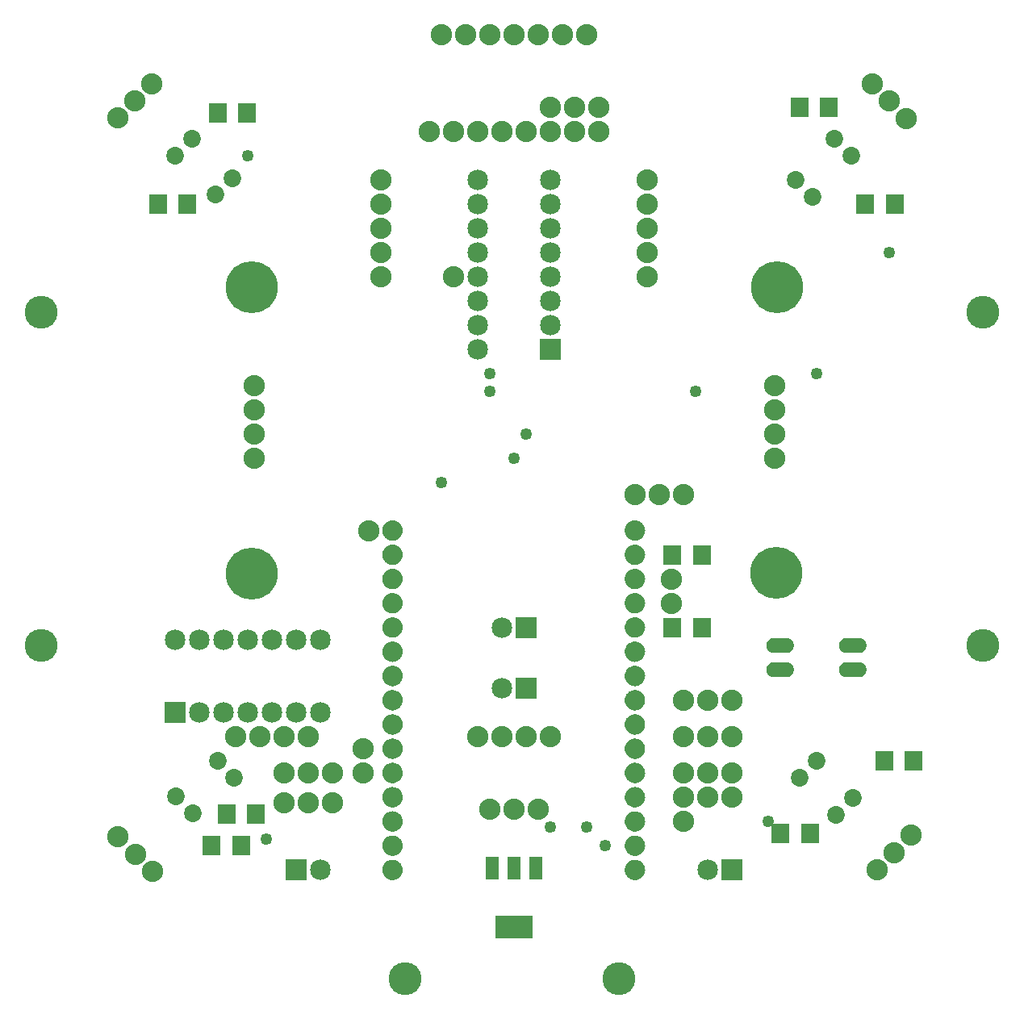
<source format=gbs>
G04 MADE WITH FRITZING*
G04 WWW.FRITZING.ORG*
G04 DOUBLE SIDED*
G04 HOLES PLATED*
G04 CONTOUR ON CENTER OF CONTOUR VECTOR*
%ASAXBY*%
%FSLAX23Y23*%
%MOIN*%
%OFA0B0*%
%SFA1.0B1.0*%
%ADD10C,0.049370*%
%ADD11C,0.135984*%
%ADD12C,0.088000*%
%ADD13C,0.062000*%
%ADD14C,0.085000*%
%ADD15C,0.072992*%
%ADD16C,0.214724*%
%ADD17R,0.085000X0.085000*%
%ADD18R,0.072992X0.084803*%
%ADD19R,0.058000X0.098000*%
%ADD20R,0.151732X0.096614*%
%ADD21C,0.025748*%
%ADD22R,0.001000X0.001000*%
%LNMASK0*%
G90*
G70*
G54D10*
X2742Y845D03*
G54D11*
X2801Y296D03*
X1915Y296D03*
X412Y1671D03*
X413Y3047D03*
X4304Y1672D03*
X4304Y3049D03*
G54D10*
X2517Y920D03*
X2667Y920D03*
G54D12*
X1742Y1245D03*
X1742Y1145D03*
X2117Y3195D03*
X2517Y3895D03*
X2617Y3895D03*
X2717Y3895D03*
X2517Y3895D03*
X2617Y3895D03*
X2717Y3895D03*
G54D10*
X3117Y2720D03*
X2267Y2720D03*
X3617Y2795D03*
X2267Y2795D03*
X1267Y3695D03*
X2067Y2345D03*
X3917Y3295D03*
G54D13*
X3767Y1570D03*
X3767Y1670D03*
X3467Y1670D03*
X3467Y1570D03*
G54D12*
X2067Y4195D03*
X2167Y4195D03*
X2267Y4195D03*
X2367Y4195D03*
X2467Y4195D03*
X2567Y4195D03*
X2667Y4195D03*
X2067Y4195D03*
X2167Y4195D03*
X2267Y4195D03*
X2367Y4195D03*
X2467Y4195D03*
X2567Y4195D03*
X2667Y4195D03*
X2717Y3795D03*
X2617Y3795D03*
X2517Y3795D03*
X2417Y3795D03*
X2317Y3795D03*
X2217Y3795D03*
X2117Y3795D03*
X2017Y3795D03*
X2717Y3795D03*
X2617Y3795D03*
X2517Y3795D03*
X2417Y3795D03*
X2317Y3795D03*
X2217Y3795D03*
X2117Y3795D03*
X2017Y3795D03*
X3017Y1945D03*
X3017Y1845D03*
X1217Y1295D03*
X1317Y1295D03*
X1417Y1295D03*
X1517Y1295D03*
X1217Y1295D03*
X1317Y1295D03*
X1417Y1295D03*
X1517Y1295D03*
X3267Y1045D03*
X3167Y1045D03*
X3267Y1145D03*
X3167Y1145D03*
X3067Y945D03*
X3067Y1045D03*
X3067Y1145D03*
X3067Y945D03*
X3067Y1045D03*
X3067Y1145D03*
X3067Y1295D03*
X3167Y1295D03*
X3267Y1295D03*
X3067Y1295D03*
X3167Y1295D03*
X3267Y1295D03*
X3067Y1445D03*
X3167Y1445D03*
X3267Y1445D03*
X3067Y1445D03*
X3167Y1445D03*
X3267Y1445D03*
X2267Y995D03*
X2367Y995D03*
X2467Y995D03*
X2267Y995D03*
X2367Y995D03*
X2467Y995D03*
X1417Y1020D03*
X1517Y1020D03*
X1617Y1020D03*
X1417Y1020D03*
X1517Y1020D03*
X1617Y1020D03*
X1417Y1145D03*
X1517Y1145D03*
X1617Y1145D03*
X1417Y1145D03*
X1517Y1145D03*
X1617Y1145D03*
X2867Y2295D03*
X2967Y2295D03*
X3067Y2295D03*
X2867Y2295D03*
X2967Y2295D03*
X3067Y2295D03*
G54D14*
X2417Y1745D03*
X2317Y1745D03*
X2417Y1745D03*
X2317Y1745D03*
X2417Y1495D03*
X2317Y1495D03*
X2417Y1495D03*
X2317Y1495D03*
X1467Y745D03*
X1567Y745D03*
X1467Y745D03*
X1567Y745D03*
X3267Y745D03*
X3167Y745D03*
X3267Y745D03*
X3167Y745D03*
G54D12*
X3867Y745D03*
X3937Y816D03*
X4008Y887D03*
X3867Y745D03*
X3937Y816D03*
X4008Y887D03*
X3987Y3849D03*
X3917Y3920D03*
X3846Y3991D03*
X3987Y3849D03*
X3917Y3920D03*
X3846Y3991D03*
X871Y3991D03*
X800Y3920D03*
X729Y3850D03*
X871Y3991D03*
X800Y3920D03*
X729Y3850D03*
X731Y880D03*
X802Y809D03*
X873Y739D03*
X731Y880D03*
X802Y809D03*
X873Y739D03*
G54D10*
X3417Y945D03*
X1342Y870D03*
X2367Y2445D03*
X2417Y2545D03*
G54D14*
X967Y1395D03*
X967Y1695D03*
X1067Y1395D03*
X1067Y1695D03*
X1167Y1395D03*
X1167Y1695D03*
X1267Y1395D03*
X1267Y1695D03*
X1367Y1395D03*
X1367Y1695D03*
X1467Y1395D03*
X1467Y1695D03*
X1567Y1395D03*
X1567Y1695D03*
G54D12*
X2217Y1295D03*
X2317Y1295D03*
X2417Y1295D03*
X2517Y1295D03*
X2217Y1295D03*
X2317Y1295D03*
X2417Y1295D03*
X2517Y1295D03*
G54D15*
X1211Y1126D03*
X1142Y1195D03*
X1211Y1126D03*
X1142Y1195D03*
X3617Y1195D03*
X3547Y1126D03*
X3617Y1195D03*
X3547Y1126D03*
X3530Y3593D03*
X3599Y3524D03*
X3530Y3593D03*
X3599Y3524D03*
X1132Y3533D03*
X1202Y3602D03*
X1132Y3533D03*
X1202Y3602D03*
X1041Y978D03*
X971Y1047D03*
X1041Y978D03*
X971Y1047D03*
X3696Y970D03*
X3765Y1040D03*
X3696Y970D03*
X3765Y1040D03*
X3759Y3694D03*
X3689Y3764D03*
X3759Y3694D03*
X3689Y3764D03*
X1036Y3765D03*
X967Y3695D03*
X1036Y3765D03*
X967Y3695D03*
G54D14*
X2517Y2895D03*
X2217Y2895D03*
X2517Y2995D03*
X2217Y2995D03*
X2517Y3095D03*
X2217Y3095D03*
X2517Y3195D03*
X2217Y3195D03*
X2517Y3295D03*
X2217Y3295D03*
X2517Y3395D03*
X2217Y3395D03*
X2517Y3495D03*
X2217Y3495D03*
X2517Y3595D03*
X2217Y3595D03*
G54D12*
X3442Y2745D03*
X3442Y2645D03*
X3442Y2545D03*
X3442Y2445D03*
X3442Y2745D03*
X3442Y2645D03*
X3442Y2545D03*
X3442Y2445D03*
X1767Y2145D03*
X1292Y2745D03*
X1292Y2645D03*
X1292Y2545D03*
X1292Y2445D03*
X1292Y2745D03*
X1292Y2645D03*
X1292Y2545D03*
X1292Y2445D03*
X1817Y3595D03*
X1817Y3495D03*
X1817Y3395D03*
X1817Y3295D03*
X1817Y3195D03*
X2917Y3595D03*
X2917Y3495D03*
X2917Y3395D03*
X2917Y3295D03*
X2917Y3195D03*
G54D16*
X3452Y3151D03*
X3451Y1971D03*
X1282Y3150D03*
X1283Y1969D03*
G54D17*
X2417Y1745D03*
X2417Y1745D03*
X2417Y1495D03*
X2417Y1495D03*
G54D18*
X3142Y1745D03*
X3020Y1745D03*
X3142Y2045D03*
X3020Y2045D03*
G54D17*
X1467Y745D03*
X1467Y745D03*
X3267Y745D03*
X3267Y745D03*
G54D19*
X2275Y751D03*
X2366Y751D03*
X2457Y751D03*
G54D20*
X2366Y507D03*
G54D17*
X967Y1395D03*
X2517Y2895D03*
G54D18*
X3467Y895D03*
X3589Y895D03*
X1117Y845D03*
X1239Y845D03*
X1301Y973D03*
X1179Y973D03*
X3895Y1195D03*
X4017Y1195D03*
X3667Y3895D03*
X3545Y3895D03*
X3939Y3495D03*
X3817Y3495D03*
X1264Y3870D03*
X1142Y3870D03*
X1017Y3495D03*
X895Y3495D03*
G54D21*
G36*
X1211Y1159D02*
X1245Y1126D01*
X1211Y1092D01*
X1178Y1126D01*
X1211Y1159D01*
G37*
D02*
G36*
X1211Y1159D02*
X1245Y1126D01*
X1211Y1092D01*
X1178Y1126D01*
X1211Y1159D01*
G37*
D02*
G36*
X3583Y1195D02*
X3617Y1229D01*
X3650Y1195D01*
X3617Y1162D01*
X3583Y1195D01*
G37*
D02*
G36*
X3583Y1195D02*
X3617Y1229D01*
X3650Y1195D01*
X3617Y1162D01*
X3583Y1195D01*
G37*
D02*
G36*
X3530Y3560D02*
X3496Y3593D01*
X3530Y3627D01*
X3563Y3593D01*
X3530Y3560D01*
G37*
D02*
G36*
X3530Y3560D02*
X3496Y3593D01*
X3530Y3627D01*
X3563Y3593D01*
X3530Y3560D01*
G37*
D02*
G36*
X1165Y3533D02*
X1132Y3499D01*
X1099Y3533D01*
X1132Y3566D01*
X1165Y3533D01*
G37*
D02*
G36*
X1165Y3533D02*
X1132Y3499D01*
X1099Y3533D01*
X1132Y3566D01*
X1165Y3533D01*
G37*
D02*
G36*
X1041Y1011D02*
X1074Y978D01*
X1041Y944D01*
X1007Y978D01*
X1041Y1011D01*
G37*
D02*
G36*
X1041Y1011D02*
X1074Y978D01*
X1041Y944D01*
X1007Y978D01*
X1041Y1011D01*
G37*
D02*
G36*
X3729Y970D02*
X3696Y937D01*
X3662Y970D01*
X3696Y1003D01*
X3729Y970D01*
G37*
D02*
G36*
X3729Y970D02*
X3696Y937D01*
X3662Y970D01*
X3696Y1003D01*
X3729Y970D01*
G37*
D02*
G36*
X3759Y3728D02*
X3792Y3694D01*
X3759Y3661D01*
X3725Y3694D01*
X3759Y3728D01*
G37*
D02*
G36*
X3759Y3728D02*
X3792Y3694D01*
X3759Y3661D01*
X3725Y3694D01*
X3759Y3728D01*
G37*
D02*
G36*
X1003Y3765D02*
X1036Y3798D01*
X1070Y3765D01*
X1036Y3731D01*
X1003Y3765D01*
G37*
D02*
G36*
X1003Y3765D02*
X1036Y3798D01*
X1070Y3765D01*
X1036Y3731D01*
X1003Y3765D01*
G37*
D02*
G54D22*
X1858Y2187D02*
X1871Y2187D01*
X2860Y2187D02*
X2872Y2187D01*
X1854Y2186D02*
X1876Y2186D01*
X2855Y2186D02*
X2877Y2186D01*
X1851Y2185D02*
X1879Y2185D01*
X2852Y2185D02*
X2880Y2185D01*
X1848Y2184D02*
X1881Y2184D01*
X2849Y2184D02*
X2883Y2184D01*
X1846Y2183D02*
X1883Y2183D01*
X2847Y2183D02*
X2885Y2183D01*
X1844Y2182D02*
X1885Y2182D01*
X2846Y2182D02*
X2886Y2182D01*
X1843Y2181D02*
X1887Y2181D01*
X2844Y2181D02*
X2888Y2181D01*
X1841Y2180D02*
X1888Y2180D01*
X2842Y2180D02*
X2890Y2180D01*
X1840Y2179D02*
X1890Y2179D01*
X2841Y2179D02*
X2891Y2179D01*
X1838Y2178D02*
X1891Y2178D01*
X2840Y2178D02*
X2892Y2178D01*
X1837Y2177D02*
X1892Y2177D01*
X2839Y2177D02*
X2893Y2177D01*
X1836Y2176D02*
X1893Y2176D01*
X2838Y2176D02*
X2895Y2176D01*
X1835Y2175D02*
X1894Y2175D01*
X2836Y2175D02*
X2896Y2175D01*
X1834Y2174D02*
X1895Y2174D01*
X2836Y2174D02*
X2896Y2174D01*
X1833Y2173D02*
X1896Y2173D01*
X2835Y2173D02*
X2897Y2173D01*
X1833Y2172D02*
X1897Y2172D01*
X2834Y2172D02*
X2898Y2172D01*
X1832Y2171D02*
X1898Y2171D01*
X2833Y2171D02*
X2899Y2171D01*
X1831Y2170D02*
X1898Y2170D01*
X2832Y2170D02*
X2900Y2170D01*
X1830Y2169D02*
X1899Y2169D01*
X2832Y2169D02*
X2900Y2169D01*
X1830Y2168D02*
X1900Y2168D01*
X2831Y2168D02*
X2901Y2168D01*
X1829Y2167D02*
X1900Y2167D01*
X2830Y2167D02*
X2902Y2167D01*
X1828Y2166D02*
X1901Y2166D01*
X2830Y2166D02*
X2902Y2166D01*
X1828Y2165D02*
X1901Y2165D01*
X2829Y2165D02*
X2903Y2165D01*
X1827Y2164D02*
X1902Y2164D01*
X2829Y2164D02*
X2903Y2164D01*
X1827Y2163D02*
X1902Y2163D01*
X2828Y2163D02*
X2904Y2163D01*
X1826Y2162D02*
X1903Y2162D01*
X2828Y2162D02*
X2904Y2162D01*
X1826Y2161D02*
X1903Y2161D01*
X2827Y2161D02*
X2905Y2161D01*
X1826Y2160D02*
X1904Y2160D01*
X2827Y2160D02*
X2905Y2160D01*
X1825Y2159D02*
X1904Y2159D01*
X2827Y2159D02*
X2905Y2159D01*
X1825Y2158D02*
X1904Y2158D01*
X2826Y2158D02*
X2906Y2158D01*
X1825Y2157D02*
X1905Y2157D01*
X2826Y2157D02*
X2906Y2157D01*
X1825Y2156D02*
X1905Y2156D01*
X2826Y2156D02*
X2906Y2156D01*
X1824Y2155D02*
X1905Y2155D01*
X2826Y2155D02*
X2906Y2155D01*
X1824Y2154D02*
X1905Y2154D01*
X2825Y2154D02*
X2907Y2154D01*
X1824Y2153D02*
X1905Y2153D01*
X2825Y2153D02*
X2907Y2153D01*
X1824Y2152D02*
X1906Y2152D01*
X2825Y2152D02*
X2907Y2152D01*
X1824Y2151D02*
X1906Y2151D01*
X2825Y2151D02*
X2907Y2151D01*
X1823Y2150D02*
X1906Y2150D01*
X2825Y2150D02*
X2907Y2150D01*
X1823Y2149D02*
X1906Y2149D01*
X2825Y2149D02*
X2907Y2149D01*
X1823Y2148D02*
X1906Y2148D01*
X2825Y2148D02*
X2907Y2148D01*
X1823Y2147D02*
X1906Y2147D01*
X2825Y2147D02*
X2907Y2147D01*
X1823Y2146D02*
X1906Y2146D01*
X2825Y2146D02*
X2908Y2146D01*
X1823Y2145D02*
X1906Y2145D01*
X2825Y2145D02*
X2908Y2145D01*
X1823Y2144D02*
X1906Y2144D01*
X2825Y2144D02*
X2907Y2144D01*
X1823Y2143D02*
X1906Y2143D01*
X2825Y2143D02*
X2907Y2143D01*
X1823Y2142D02*
X1906Y2142D01*
X2825Y2142D02*
X2907Y2142D01*
X1823Y2141D02*
X1906Y2141D01*
X2825Y2141D02*
X2907Y2141D01*
X1824Y2140D02*
X1906Y2140D01*
X2825Y2140D02*
X2907Y2140D01*
X1824Y2139D02*
X1906Y2139D01*
X2825Y2139D02*
X2907Y2139D01*
X1824Y2138D02*
X1905Y2138D01*
X2825Y2138D02*
X2907Y2138D01*
X1824Y2137D02*
X1905Y2137D01*
X2825Y2137D02*
X2907Y2137D01*
X1824Y2136D02*
X1905Y2136D01*
X2826Y2136D02*
X2906Y2136D01*
X1825Y2135D02*
X1905Y2135D01*
X2826Y2135D02*
X2906Y2135D01*
X1825Y2134D02*
X1905Y2134D01*
X2826Y2134D02*
X2906Y2134D01*
X1825Y2133D02*
X1904Y2133D01*
X2826Y2133D02*
X2906Y2133D01*
X1825Y2132D02*
X1904Y2132D01*
X2827Y2132D02*
X2905Y2132D01*
X1826Y2131D02*
X1904Y2131D01*
X2827Y2131D02*
X2905Y2131D01*
X1826Y2130D02*
X1903Y2130D01*
X2828Y2130D02*
X2905Y2130D01*
X1827Y2129D02*
X1903Y2129D01*
X2828Y2129D02*
X2904Y2129D01*
X1827Y2128D02*
X1902Y2128D01*
X2828Y2128D02*
X2904Y2128D01*
X1828Y2127D02*
X1902Y2127D01*
X2829Y2127D02*
X2903Y2127D01*
X1828Y2126D02*
X1901Y2126D01*
X2829Y2126D02*
X2903Y2126D01*
X1829Y2125D02*
X1901Y2125D01*
X2830Y2125D02*
X2902Y2125D01*
X1829Y2124D02*
X1900Y2124D01*
X2831Y2124D02*
X2901Y2124D01*
X1830Y2123D02*
X1900Y2123D01*
X2831Y2123D02*
X2901Y2123D01*
X1830Y2122D02*
X1899Y2122D01*
X2832Y2122D02*
X2900Y2122D01*
X1831Y2121D02*
X1898Y2121D01*
X2833Y2121D02*
X2899Y2121D01*
X1832Y2120D02*
X1897Y2120D01*
X2833Y2120D02*
X2899Y2120D01*
X1833Y2119D02*
X1897Y2119D01*
X2834Y2119D02*
X2898Y2119D01*
X1834Y2118D02*
X1896Y2118D01*
X2835Y2118D02*
X2897Y2118D01*
X1834Y2117D02*
X1895Y2117D01*
X2836Y2117D02*
X2896Y2117D01*
X1835Y2116D02*
X1894Y2116D01*
X2837Y2116D02*
X2895Y2116D01*
X1836Y2115D02*
X1893Y2115D01*
X2838Y2115D02*
X2894Y2115D01*
X1838Y2114D02*
X1892Y2114D01*
X2839Y2114D02*
X2893Y2114D01*
X1839Y2113D02*
X1891Y2113D01*
X2840Y2113D02*
X2892Y2113D01*
X1840Y2112D02*
X1889Y2112D01*
X2841Y2112D02*
X2891Y2112D01*
X1841Y2111D02*
X1888Y2111D01*
X2843Y2111D02*
X2889Y2111D01*
X1843Y2110D02*
X1886Y2110D01*
X2844Y2110D02*
X2888Y2110D01*
X1845Y2109D02*
X1885Y2109D01*
X2846Y2109D02*
X2886Y2109D01*
X1847Y2108D02*
X1883Y2108D01*
X2848Y2108D02*
X2884Y2108D01*
X1849Y2107D02*
X1881Y2107D01*
X2850Y2107D02*
X2882Y2107D01*
X1851Y2106D02*
X1878Y2106D01*
X2853Y2106D02*
X2879Y2106D01*
X1855Y2105D02*
X1875Y2105D01*
X2856Y2105D02*
X2876Y2105D01*
X1860Y2104D02*
X1870Y2104D01*
X2861Y2104D02*
X2871Y2104D01*
X1859Y2087D02*
X1870Y2087D01*
X2860Y2087D02*
X2872Y2087D01*
X1854Y2086D02*
X1875Y2086D01*
X2856Y2086D02*
X2876Y2086D01*
X1851Y2085D02*
X1878Y2085D01*
X2852Y2085D02*
X2880Y2085D01*
X1848Y2084D02*
X1881Y2084D01*
X2850Y2084D02*
X2882Y2084D01*
X1846Y2083D02*
X1883Y2083D01*
X2848Y2083D02*
X2884Y2083D01*
X1844Y2082D02*
X1885Y2082D01*
X2846Y2082D02*
X2886Y2082D01*
X1843Y2081D02*
X1887Y2081D01*
X2844Y2081D02*
X2888Y2081D01*
X1841Y2080D02*
X1888Y2080D01*
X2843Y2080D02*
X2889Y2080D01*
X1840Y2079D02*
X1889Y2079D01*
X2841Y2079D02*
X2891Y2079D01*
X1839Y2078D02*
X1891Y2078D01*
X2840Y2078D02*
X2892Y2078D01*
X1837Y2077D02*
X1892Y2077D01*
X2839Y2077D02*
X2893Y2077D01*
X1836Y2076D02*
X1893Y2076D01*
X2838Y2076D02*
X2894Y2076D01*
X1835Y2075D02*
X1894Y2075D01*
X2837Y2075D02*
X2895Y2075D01*
X1834Y2074D02*
X1895Y2074D01*
X2836Y2074D02*
X2896Y2074D01*
X1833Y2073D02*
X1896Y2073D01*
X2835Y2073D02*
X2897Y2073D01*
X1833Y2072D02*
X1897Y2072D01*
X2834Y2072D02*
X2898Y2072D01*
X1832Y2071D02*
X1897Y2071D01*
X2833Y2071D02*
X2899Y2071D01*
X1831Y2070D02*
X1898Y2070D01*
X2832Y2070D02*
X2900Y2070D01*
X1830Y2069D02*
X1899Y2069D01*
X2832Y2069D02*
X2900Y2069D01*
X1830Y2068D02*
X1900Y2068D01*
X2831Y2068D02*
X2901Y2068D01*
X1829Y2067D02*
X1900Y2067D01*
X2831Y2067D02*
X2902Y2067D01*
X1829Y2066D02*
X1901Y2066D01*
X2830Y2066D02*
X2902Y2066D01*
X1828Y2065D02*
X1901Y2065D01*
X2829Y2065D02*
X2903Y2065D01*
X1827Y2064D02*
X1902Y2064D01*
X2829Y2064D02*
X2903Y2064D01*
X1827Y2063D02*
X1902Y2063D01*
X2828Y2063D02*
X2904Y2063D01*
X1827Y2062D02*
X1903Y2062D01*
X2828Y2062D02*
X2904Y2062D01*
X1826Y2061D02*
X1903Y2061D01*
X2827Y2061D02*
X2905Y2061D01*
X1826Y2060D02*
X1904Y2060D01*
X2827Y2060D02*
X2905Y2060D01*
X1825Y2059D02*
X1904Y2059D01*
X2827Y2059D02*
X2905Y2059D01*
X1825Y2058D02*
X1904Y2058D01*
X2826Y2058D02*
X2906Y2058D01*
X1825Y2057D02*
X1905Y2057D01*
X2826Y2057D02*
X2906Y2057D01*
X1825Y2056D02*
X1905Y2056D01*
X2826Y2056D02*
X2906Y2056D01*
X1824Y2055D02*
X1905Y2055D01*
X2826Y2055D02*
X2906Y2055D01*
X1824Y2054D02*
X1905Y2054D01*
X2825Y2054D02*
X2907Y2054D01*
X1824Y2053D02*
X1905Y2053D01*
X2825Y2053D02*
X2907Y2053D01*
X1824Y2052D02*
X1906Y2052D01*
X2825Y2052D02*
X2907Y2052D01*
X1824Y2051D02*
X1906Y2051D01*
X2825Y2051D02*
X2907Y2051D01*
X1823Y2050D02*
X1906Y2050D01*
X2825Y2050D02*
X2907Y2050D01*
X1823Y2049D02*
X1906Y2049D01*
X2825Y2049D02*
X2907Y2049D01*
X1823Y2048D02*
X1906Y2048D01*
X2825Y2048D02*
X2907Y2048D01*
X1823Y2047D02*
X1906Y2047D01*
X2825Y2047D02*
X2907Y2047D01*
X1823Y2046D02*
X1906Y2046D01*
X2825Y2046D02*
X2908Y2046D01*
X1823Y2045D02*
X1906Y2045D01*
X2825Y2045D02*
X2908Y2045D01*
X1823Y2044D02*
X1906Y2044D01*
X2825Y2044D02*
X2907Y2044D01*
X1823Y2043D02*
X1906Y2043D01*
X2825Y2043D02*
X2907Y2043D01*
X1823Y2042D02*
X1906Y2042D01*
X2825Y2042D02*
X2907Y2042D01*
X1823Y2041D02*
X1906Y2041D01*
X2825Y2041D02*
X2907Y2041D01*
X1824Y2040D02*
X1906Y2040D01*
X2825Y2040D02*
X2907Y2040D01*
X1824Y2039D02*
X1906Y2039D01*
X2825Y2039D02*
X2907Y2039D01*
X1824Y2038D02*
X1905Y2038D01*
X2825Y2038D02*
X2907Y2038D01*
X1824Y2037D02*
X1905Y2037D01*
X2825Y2037D02*
X2907Y2037D01*
X1824Y2036D02*
X1905Y2036D01*
X2826Y2036D02*
X2906Y2036D01*
X1825Y2035D02*
X1905Y2035D01*
X2826Y2035D02*
X2906Y2035D01*
X1825Y2034D02*
X1905Y2034D01*
X2826Y2034D02*
X2906Y2034D01*
X1825Y2033D02*
X1904Y2033D01*
X2826Y2033D02*
X2906Y2033D01*
X1825Y2032D02*
X1904Y2032D01*
X2827Y2032D02*
X2905Y2032D01*
X1826Y2031D02*
X1904Y2031D01*
X2827Y2031D02*
X2905Y2031D01*
X1826Y2030D02*
X1903Y2030D01*
X2827Y2030D02*
X2905Y2030D01*
X1827Y2029D02*
X1903Y2029D01*
X2828Y2029D02*
X2904Y2029D01*
X1827Y2028D02*
X1902Y2028D01*
X2828Y2028D02*
X2904Y2028D01*
X1827Y2027D02*
X1902Y2027D01*
X2829Y2027D02*
X2903Y2027D01*
X1828Y2026D02*
X1901Y2026D01*
X2829Y2026D02*
X2903Y2026D01*
X1829Y2025D02*
X1901Y2025D01*
X2830Y2025D02*
X2902Y2025D01*
X1829Y2024D02*
X1900Y2024D01*
X2831Y2024D02*
X2902Y2024D01*
X1830Y2023D02*
X1900Y2023D01*
X2831Y2023D02*
X2901Y2023D01*
X1830Y2022D02*
X1899Y2022D01*
X2832Y2022D02*
X2900Y2022D01*
X1831Y2021D02*
X1898Y2021D01*
X2832Y2021D02*
X2900Y2021D01*
X1832Y2020D02*
X1897Y2020D01*
X2833Y2020D02*
X2899Y2020D01*
X1833Y2019D02*
X1897Y2019D01*
X2834Y2019D02*
X2898Y2019D01*
X1833Y2018D02*
X1896Y2018D01*
X2835Y2018D02*
X2897Y2018D01*
X1834Y2017D02*
X1895Y2017D01*
X2836Y2017D02*
X2896Y2017D01*
X1835Y2016D02*
X1894Y2016D01*
X2837Y2016D02*
X2895Y2016D01*
X1836Y2015D02*
X1893Y2015D01*
X2838Y2015D02*
X2894Y2015D01*
X1837Y2014D02*
X1892Y2014D01*
X2839Y2014D02*
X2893Y2014D01*
X1839Y2013D02*
X1891Y2013D01*
X2840Y2013D02*
X2892Y2013D01*
X1840Y2012D02*
X1889Y2012D01*
X2841Y2012D02*
X2891Y2012D01*
X1841Y2011D02*
X1888Y2011D01*
X2843Y2011D02*
X2889Y2011D01*
X1843Y2010D02*
X1887Y2010D01*
X2844Y2010D02*
X2888Y2010D01*
X1844Y2009D02*
X1885Y2009D01*
X2846Y2009D02*
X2886Y2009D01*
X1846Y2008D02*
X1883Y2008D01*
X2848Y2008D02*
X2884Y2008D01*
X1848Y2007D02*
X1881Y2007D01*
X2850Y2007D02*
X2882Y2007D01*
X1851Y2006D02*
X1878Y2006D01*
X2852Y2006D02*
X2880Y2006D01*
X1854Y2005D02*
X1875Y2005D01*
X2856Y2005D02*
X2876Y2005D01*
X1859Y2004D02*
X1870Y2004D01*
X2860Y2004D02*
X2872Y2004D01*
X1860Y1987D02*
X1869Y1987D01*
X2861Y1987D02*
X2871Y1987D01*
X1855Y1986D02*
X1875Y1986D01*
X2856Y1986D02*
X2876Y1986D01*
X1851Y1985D02*
X1878Y1985D01*
X2853Y1985D02*
X2879Y1985D01*
X1849Y1984D02*
X1881Y1984D01*
X2850Y1984D02*
X2882Y1984D01*
X1847Y1983D02*
X1883Y1983D01*
X2848Y1983D02*
X2884Y1983D01*
X1845Y1982D02*
X1885Y1982D01*
X2846Y1982D02*
X2886Y1982D01*
X1843Y1981D02*
X1886Y1981D01*
X2844Y1981D02*
X2888Y1981D01*
X1841Y1980D02*
X1888Y1980D01*
X2843Y1980D02*
X2889Y1980D01*
X1840Y1979D02*
X1889Y1979D01*
X2841Y1979D02*
X2891Y1979D01*
X1839Y1978D02*
X1891Y1978D01*
X2840Y1978D02*
X2892Y1978D01*
X1838Y1977D02*
X1892Y1977D01*
X2839Y1977D02*
X2893Y1977D01*
X1836Y1976D02*
X1893Y1976D01*
X2838Y1976D02*
X2894Y1976D01*
X1835Y1975D02*
X1894Y1975D01*
X2837Y1975D02*
X2895Y1975D01*
X1834Y1974D02*
X1895Y1974D01*
X2836Y1974D02*
X2896Y1974D01*
X1834Y1973D02*
X1896Y1973D01*
X2835Y1973D02*
X2897Y1973D01*
X1833Y1972D02*
X1897Y1972D01*
X2834Y1972D02*
X2898Y1972D01*
X1832Y1971D02*
X1897Y1971D01*
X2833Y1971D02*
X2899Y1971D01*
X1831Y1970D02*
X1898Y1970D01*
X2833Y1970D02*
X2899Y1970D01*
X1831Y1969D02*
X1899Y1969D01*
X2832Y1969D02*
X2900Y1969D01*
X1830Y1968D02*
X1899Y1968D01*
X2831Y1968D02*
X2901Y1968D01*
X1829Y1967D02*
X1900Y1967D01*
X2831Y1967D02*
X2901Y1967D01*
X1829Y1966D02*
X1901Y1966D01*
X2830Y1966D02*
X2902Y1966D01*
X1828Y1965D02*
X1901Y1965D01*
X2829Y1965D02*
X2903Y1965D01*
X1828Y1964D02*
X1902Y1964D01*
X2829Y1964D02*
X2903Y1964D01*
X1827Y1963D02*
X1902Y1963D01*
X2828Y1963D02*
X2904Y1963D01*
X1827Y1962D02*
X1903Y1962D01*
X2828Y1962D02*
X2904Y1962D01*
X1826Y1961D02*
X1903Y1961D01*
X2828Y1961D02*
X2905Y1961D01*
X1826Y1960D02*
X1904Y1960D01*
X2827Y1960D02*
X2905Y1960D01*
X1825Y1959D02*
X1904Y1959D01*
X2827Y1959D02*
X2905Y1959D01*
X1825Y1958D02*
X1904Y1958D01*
X2826Y1958D02*
X2906Y1958D01*
X1825Y1957D02*
X1904Y1957D01*
X2826Y1957D02*
X2906Y1957D01*
X1825Y1956D02*
X1905Y1956D01*
X2826Y1956D02*
X2906Y1956D01*
X1824Y1955D02*
X1905Y1955D01*
X2826Y1955D02*
X2906Y1955D01*
X1824Y1954D02*
X1905Y1954D01*
X2825Y1954D02*
X2907Y1954D01*
X1824Y1953D02*
X1905Y1953D01*
X2825Y1953D02*
X2907Y1953D01*
X1824Y1952D02*
X1906Y1952D01*
X2825Y1952D02*
X2907Y1952D01*
X1824Y1951D02*
X1906Y1951D01*
X2825Y1951D02*
X2907Y1951D01*
X1823Y1950D02*
X1906Y1950D01*
X2825Y1950D02*
X2907Y1950D01*
X1823Y1949D02*
X1906Y1949D01*
X2825Y1949D02*
X2907Y1949D01*
X1823Y1948D02*
X1906Y1948D01*
X2825Y1948D02*
X2907Y1948D01*
X1823Y1947D02*
X1906Y1947D01*
X2825Y1947D02*
X2907Y1947D01*
X1823Y1946D02*
X1906Y1946D01*
X2825Y1946D02*
X2908Y1946D01*
X1823Y1945D02*
X1906Y1945D01*
X2825Y1945D02*
X2908Y1945D01*
X1823Y1944D02*
X1906Y1944D01*
X2825Y1944D02*
X2907Y1944D01*
X1823Y1943D02*
X1906Y1943D01*
X2825Y1943D02*
X2907Y1943D01*
X1823Y1942D02*
X1906Y1942D01*
X2825Y1942D02*
X2907Y1942D01*
X1823Y1941D02*
X1906Y1941D01*
X2825Y1941D02*
X2907Y1941D01*
X1824Y1940D02*
X1906Y1940D01*
X2825Y1940D02*
X2907Y1940D01*
X1824Y1939D02*
X1906Y1939D01*
X2825Y1939D02*
X2907Y1939D01*
X1824Y1938D02*
X1905Y1938D01*
X2825Y1938D02*
X2907Y1938D01*
X1824Y1937D02*
X1905Y1937D01*
X2825Y1937D02*
X2907Y1937D01*
X1824Y1936D02*
X1905Y1936D01*
X2826Y1936D02*
X2906Y1936D01*
X1825Y1935D02*
X1905Y1935D01*
X2826Y1935D02*
X2906Y1935D01*
X1825Y1934D02*
X1905Y1934D01*
X2826Y1934D02*
X2906Y1934D01*
X1825Y1933D02*
X1904Y1933D01*
X2826Y1933D02*
X2906Y1933D01*
X1825Y1932D02*
X1904Y1932D01*
X2827Y1932D02*
X2905Y1932D01*
X1826Y1931D02*
X1904Y1931D01*
X2827Y1931D02*
X2905Y1931D01*
X1826Y1930D02*
X1903Y1930D01*
X2827Y1930D02*
X2905Y1930D01*
X1826Y1929D02*
X1903Y1929D01*
X2828Y1929D02*
X2904Y1929D01*
X1827Y1928D02*
X1902Y1928D01*
X2828Y1928D02*
X2904Y1928D01*
X1827Y1927D02*
X1902Y1927D01*
X2829Y1927D02*
X2903Y1927D01*
X1828Y1926D02*
X1901Y1926D01*
X2829Y1926D02*
X2903Y1926D01*
X1828Y1925D02*
X1901Y1925D01*
X2830Y1925D02*
X2902Y1925D01*
X1829Y1924D02*
X1900Y1924D01*
X2830Y1924D02*
X2902Y1924D01*
X1830Y1923D02*
X1900Y1923D01*
X2831Y1923D02*
X2901Y1923D01*
X1830Y1922D02*
X1899Y1922D01*
X2832Y1922D02*
X2900Y1922D01*
X1831Y1921D02*
X1898Y1921D01*
X2832Y1921D02*
X2900Y1921D01*
X1832Y1920D02*
X1898Y1920D01*
X2833Y1920D02*
X2899Y1920D01*
X1832Y1919D02*
X1897Y1919D01*
X2834Y1919D02*
X2898Y1919D01*
X1833Y1918D02*
X1896Y1918D01*
X2835Y1918D02*
X2897Y1918D01*
X1834Y1917D02*
X1895Y1917D01*
X2836Y1917D02*
X2896Y1917D01*
X1835Y1916D02*
X1894Y1916D01*
X2836Y1916D02*
X2896Y1916D01*
X1836Y1915D02*
X1893Y1915D01*
X2837Y1915D02*
X2895Y1915D01*
X1837Y1914D02*
X1892Y1914D01*
X2839Y1914D02*
X2893Y1914D01*
X1838Y1913D02*
X1891Y1913D01*
X2840Y1913D02*
X2892Y1913D01*
X1840Y1912D02*
X1890Y1912D01*
X2841Y1912D02*
X2891Y1912D01*
X1841Y1911D02*
X1888Y1911D01*
X2842Y1911D02*
X2890Y1911D01*
X1843Y1910D02*
X1887Y1910D01*
X2844Y1910D02*
X2888Y1910D01*
X1844Y1909D02*
X1885Y1909D01*
X2846Y1909D02*
X2886Y1909D01*
X1846Y1908D02*
X1883Y1908D01*
X2847Y1908D02*
X2885Y1908D01*
X1848Y1907D02*
X1881Y1907D01*
X2849Y1907D02*
X2883Y1907D01*
X1851Y1906D02*
X1879Y1906D01*
X2852Y1906D02*
X2880Y1906D01*
X1854Y1905D02*
X1876Y1905D01*
X2855Y1905D02*
X2877Y1905D01*
X1858Y1904D02*
X1871Y1904D01*
X2860Y1904D02*
X2873Y1904D01*
X1861Y1887D02*
X1869Y1887D01*
X2862Y1887D02*
X2870Y1887D01*
X1855Y1886D02*
X1874Y1886D01*
X2857Y1886D02*
X2875Y1886D01*
X1852Y1885D02*
X1878Y1885D01*
X2853Y1885D02*
X2879Y1885D01*
X1849Y1884D02*
X1880Y1884D01*
X2850Y1884D02*
X2882Y1884D01*
X1847Y1883D02*
X1883Y1883D01*
X2848Y1883D02*
X2884Y1883D01*
X1845Y1882D02*
X1884Y1882D01*
X2846Y1882D02*
X2886Y1882D01*
X1843Y1881D02*
X1886Y1881D01*
X2845Y1881D02*
X2887Y1881D01*
X1842Y1880D02*
X1888Y1880D01*
X2843Y1880D02*
X2889Y1880D01*
X1840Y1879D02*
X1889Y1879D01*
X2842Y1879D02*
X2890Y1879D01*
X1839Y1878D02*
X1890Y1878D01*
X2840Y1878D02*
X2892Y1878D01*
X1838Y1877D02*
X1892Y1877D01*
X2839Y1877D02*
X2893Y1877D01*
X1837Y1876D02*
X1893Y1876D01*
X2838Y1876D02*
X2894Y1876D01*
X1836Y1875D02*
X1894Y1875D01*
X2837Y1875D02*
X2895Y1875D01*
X1835Y1874D02*
X1895Y1874D01*
X2836Y1874D02*
X2896Y1874D01*
X1834Y1873D02*
X1896Y1873D01*
X2835Y1873D02*
X2897Y1873D01*
X1833Y1872D02*
X1897Y1872D01*
X2834Y1872D02*
X2898Y1872D01*
X1832Y1871D02*
X1897Y1871D01*
X2833Y1871D02*
X2899Y1871D01*
X1831Y1870D02*
X1898Y1870D01*
X2833Y1870D02*
X2899Y1870D01*
X1831Y1869D02*
X1899Y1869D01*
X2832Y1869D02*
X2900Y1869D01*
X1830Y1868D02*
X1899Y1868D01*
X2831Y1868D02*
X2901Y1868D01*
X1829Y1867D02*
X1900Y1867D01*
X2831Y1867D02*
X2901Y1867D01*
X1829Y1866D02*
X1901Y1866D01*
X2830Y1866D02*
X2902Y1866D01*
X1828Y1865D02*
X1901Y1865D01*
X2829Y1865D02*
X2903Y1865D01*
X1828Y1864D02*
X1902Y1864D01*
X2829Y1864D02*
X2903Y1864D01*
X1827Y1863D02*
X1902Y1863D01*
X2828Y1863D02*
X2904Y1863D01*
X1827Y1862D02*
X1903Y1862D01*
X2828Y1862D02*
X2904Y1862D01*
X1826Y1861D02*
X1903Y1861D01*
X2828Y1861D02*
X2904Y1861D01*
X1826Y1860D02*
X1903Y1860D01*
X2827Y1860D02*
X2905Y1860D01*
X1826Y1859D02*
X1904Y1859D01*
X2827Y1859D02*
X2905Y1859D01*
X1825Y1858D02*
X1904Y1858D01*
X2827Y1858D02*
X2906Y1858D01*
X1825Y1857D02*
X1904Y1857D01*
X2826Y1857D02*
X2906Y1857D01*
X1825Y1856D02*
X1905Y1856D01*
X2826Y1856D02*
X2906Y1856D01*
X1824Y1855D02*
X1905Y1855D01*
X2826Y1855D02*
X2906Y1855D01*
X1824Y1854D02*
X1905Y1854D01*
X2825Y1854D02*
X2907Y1854D01*
X1824Y1853D02*
X1905Y1853D01*
X2825Y1853D02*
X2907Y1853D01*
X1824Y1852D02*
X1906Y1852D01*
X2825Y1852D02*
X2907Y1852D01*
X1824Y1851D02*
X1906Y1851D01*
X2825Y1851D02*
X2907Y1851D01*
X1823Y1850D02*
X1906Y1850D01*
X2825Y1850D02*
X2907Y1850D01*
X1823Y1849D02*
X1906Y1849D01*
X2825Y1849D02*
X2907Y1849D01*
X1823Y1848D02*
X1906Y1848D01*
X2825Y1848D02*
X2907Y1848D01*
X1823Y1847D02*
X1906Y1847D01*
X2825Y1847D02*
X2907Y1847D01*
X1823Y1846D02*
X1906Y1846D01*
X2825Y1846D02*
X2908Y1846D01*
X1823Y1845D02*
X1906Y1845D01*
X2824Y1845D02*
X2908Y1845D01*
X1823Y1844D02*
X1906Y1844D01*
X2825Y1844D02*
X2908Y1844D01*
X1823Y1843D02*
X1906Y1843D01*
X2825Y1843D02*
X2907Y1843D01*
X1823Y1842D02*
X1906Y1842D01*
X2825Y1842D02*
X2907Y1842D01*
X1823Y1841D02*
X1906Y1841D01*
X2825Y1841D02*
X2907Y1841D01*
X1824Y1840D02*
X1906Y1840D01*
X2825Y1840D02*
X2907Y1840D01*
X1824Y1839D02*
X1906Y1839D01*
X2825Y1839D02*
X2907Y1839D01*
X1824Y1838D02*
X1905Y1838D01*
X2825Y1838D02*
X2907Y1838D01*
X1824Y1837D02*
X1905Y1837D01*
X2825Y1837D02*
X2907Y1837D01*
X1824Y1836D02*
X1905Y1836D01*
X2826Y1836D02*
X2906Y1836D01*
X1824Y1835D02*
X1905Y1835D01*
X2826Y1835D02*
X2906Y1835D01*
X1825Y1834D02*
X1905Y1834D01*
X2826Y1834D02*
X2906Y1834D01*
X1825Y1833D02*
X1904Y1833D01*
X2826Y1833D02*
X2906Y1833D01*
X1825Y1832D02*
X1904Y1832D01*
X2827Y1832D02*
X2905Y1832D01*
X1826Y1831D02*
X1904Y1831D01*
X2827Y1831D02*
X2905Y1831D01*
X1826Y1830D02*
X1903Y1830D01*
X2827Y1830D02*
X2905Y1830D01*
X1826Y1829D02*
X1903Y1829D01*
X2828Y1829D02*
X2904Y1829D01*
X1827Y1828D02*
X1902Y1828D01*
X2828Y1828D02*
X2904Y1828D01*
X1827Y1827D02*
X1902Y1827D01*
X2829Y1827D02*
X2903Y1827D01*
X1828Y1826D02*
X1902Y1826D01*
X2829Y1826D02*
X2903Y1826D01*
X1828Y1825D02*
X1901Y1825D01*
X2830Y1825D02*
X2902Y1825D01*
X1829Y1824D02*
X1900Y1824D01*
X2830Y1824D02*
X2902Y1824D01*
X1830Y1823D02*
X1900Y1823D01*
X2831Y1823D02*
X2901Y1823D01*
X1830Y1822D02*
X1899Y1822D01*
X2832Y1822D02*
X2900Y1822D01*
X1831Y1821D02*
X1898Y1821D01*
X2832Y1821D02*
X2900Y1821D01*
X1832Y1820D02*
X1898Y1820D01*
X2833Y1820D02*
X2899Y1820D01*
X1832Y1819D02*
X1897Y1819D01*
X2834Y1819D02*
X2898Y1819D01*
X1833Y1818D02*
X1896Y1818D01*
X2835Y1818D02*
X2898Y1818D01*
X1834Y1817D02*
X1895Y1817D01*
X2835Y1817D02*
X2897Y1817D01*
X1835Y1816D02*
X1894Y1816D01*
X2836Y1816D02*
X2896Y1816D01*
X1836Y1815D02*
X1893Y1815D01*
X2837Y1815D02*
X2895Y1815D01*
X1837Y1814D02*
X1892Y1814D01*
X2838Y1814D02*
X2894Y1814D01*
X1838Y1813D02*
X1891Y1813D01*
X2840Y1813D02*
X2892Y1813D01*
X1840Y1812D02*
X1890Y1812D01*
X2841Y1812D02*
X2891Y1812D01*
X1841Y1811D02*
X1888Y1811D01*
X2842Y1811D02*
X2890Y1811D01*
X1842Y1810D02*
X1887Y1810D01*
X2844Y1810D02*
X2888Y1810D01*
X1844Y1809D02*
X1885Y1809D01*
X2845Y1809D02*
X2887Y1809D01*
X1846Y1808D02*
X1884Y1808D01*
X2847Y1808D02*
X2885Y1808D01*
X1848Y1807D02*
X1882Y1807D01*
X2849Y1807D02*
X2883Y1807D01*
X1850Y1806D02*
X1879Y1806D01*
X2852Y1806D02*
X2881Y1806D01*
X1853Y1805D02*
X1876Y1805D01*
X2855Y1805D02*
X2878Y1805D01*
X1857Y1804D02*
X1872Y1804D01*
X2859Y1804D02*
X2873Y1804D01*
X1863Y1787D02*
X1867Y1787D01*
X2864Y1787D02*
X2868Y1787D01*
X1856Y1786D02*
X1873Y1786D01*
X2857Y1786D02*
X2875Y1786D01*
X1852Y1785D02*
X1877Y1785D01*
X2853Y1785D02*
X2879Y1785D01*
X1849Y1784D02*
X1880Y1784D01*
X2851Y1784D02*
X2881Y1784D01*
X1847Y1783D02*
X1882Y1783D01*
X2848Y1783D02*
X2884Y1783D01*
X1845Y1782D02*
X1884Y1782D01*
X2846Y1782D02*
X2886Y1782D01*
X1843Y1781D02*
X1886Y1781D01*
X2845Y1781D02*
X2887Y1781D01*
X1842Y1780D02*
X1887Y1780D01*
X2843Y1780D02*
X2889Y1780D01*
X1840Y1779D02*
X1889Y1779D01*
X2842Y1779D02*
X2890Y1779D01*
X1839Y1778D02*
X1890Y1778D01*
X2840Y1778D02*
X2892Y1778D01*
X1838Y1777D02*
X1891Y1777D01*
X2839Y1777D02*
X2893Y1777D01*
X1837Y1776D02*
X1893Y1776D01*
X2838Y1776D02*
X2894Y1776D01*
X1836Y1775D02*
X1894Y1775D01*
X2837Y1775D02*
X2895Y1775D01*
X1835Y1774D02*
X1895Y1774D01*
X2836Y1774D02*
X2896Y1774D01*
X1834Y1773D02*
X1896Y1773D01*
X2835Y1773D02*
X2897Y1773D01*
X1833Y1772D02*
X1896Y1772D01*
X2834Y1772D02*
X2898Y1772D01*
X1832Y1771D02*
X1897Y1771D01*
X2834Y1771D02*
X2899Y1771D01*
X1831Y1770D02*
X1898Y1770D01*
X2833Y1770D02*
X2899Y1770D01*
X1831Y1769D02*
X1899Y1769D01*
X2832Y1769D02*
X2900Y1769D01*
X1830Y1768D02*
X1899Y1768D01*
X2831Y1768D02*
X2901Y1768D01*
X1829Y1767D02*
X1900Y1767D01*
X2831Y1767D02*
X2901Y1767D01*
X1829Y1766D02*
X1901Y1766D01*
X2830Y1766D02*
X2902Y1766D01*
X1828Y1765D02*
X1901Y1765D01*
X2830Y1765D02*
X2903Y1765D01*
X1828Y1764D02*
X1902Y1764D01*
X2829Y1764D02*
X2903Y1764D01*
X1827Y1763D02*
X1902Y1763D01*
X2829Y1763D02*
X2904Y1763D01*
X1827Y1762D02*
X1903Y1762D01*
X2828Y1762D02*
X2904Y1762D01*
X1826Y1761D02*
X1903Y1761D01*
X2828Y1761D02*
X2904Y1761D01*
X1826Y1760D02*
X1903Y1760D01*
X2827Y1760D02*
X2905Y1760D01*
X1826Y1759D02*
X1904Y1759D01*
X2827Y1759D02*
X2905Y1759D01*
X1825Y1758D02*
X1904Y1758D01*
X2827Y1758D02*
X2905Y1758D01*
X1825Y1757D02*
X1904Y1757D01*
X2826Y1757D02*
X2906Y1757D01*
X1825Y1756D02*
X1905Y1756D01*
X2826Y1756D02*
X2906Y1756D01*
X1824Y1755D02*
X1905Y1755D01*
X2826Y1755D02*
X2906Y1755D01*
X1824Y1754D02*
X1905Y1754D01*
X2826Y1754D02*
X2907Y1754D01*
X1824Y1753D02*
X1905Y1753D01*
X2825Y1753D02*
X2907Y1753D01*
X1824Y1752D02*
X1906Y1752D01*
X2825Y1752D02*
X2907Y1752D01*
X1824Y1751D02*
X1906Y1751D01*
X2825Y1751D02*
X2907Y1751D01*
X1823Y1750D02*
X1906Y1750D01*
X2825Y1750D02*
X2907Y1750D01*
X1823Y1749D02*
X1906Y1749D01*
X2825Y1749D02*
X2907Y1749D01*
X1823Y1748D02*
X1906Y1748D01*
X2825Y1748D02*
X2907Y1748D01*
X1823Y1747D02*
X1906Y1747D01*
X2825Y1747D02*
X2907Y1747D01*
X1823Y1746D02*
X1906Y1746D01*
X2825Y1746D02*
X2908Y1746D01*
X1823Y1745D02*
X1906Y1745D01*
X2824Y1745D02*
X2908Y1745D01*
X1823Y1744D02*
X1906Y1744D01*
X2825Y1744D02*
X2908Y1744D01*
X1823Y1743D02*
X1906Y1743D01*
X2825Y1743D02*
X2907Y1743D01*
X1823Y1742D02*
X1906Y1742D01*
X2825Y1742D02*
X2907Y1742D01*
X1823Y1741D02*
X1906Y1741D01*
X2825Y1741D02*
X2907Y1741D01*
X1824Y1740D02*
X1906Y1740D01*
X2825Y1740D02*
X2907Y1740D01*
X1824Y1739D02*
X1906Y1739D01*
X2825Y1739D02*
X2907Y1739D01*
X1824Y1738D02*
X1906Y1738D01*
X2825Y1738D02*
X2907Y1738D01*
X1824Y1737D02*
X1905Y1737D01*
X2825Y1737D02*
X2907Y1737D01*
X1824Y1736D02*
X1905Y1736D01*
X2826Y1736D02*
X2906Y1736D01*
X1824Y1735D02*
X1905Y1735D01*
X2826Y1735D02*
X2906Y1735D01*
X1825Y1734D02*
X1905Y1734D01*
X2826Y1734D02*
X2906Y1734D01*
X1825Y1733D02*
X1904Y1733D01*
X2826Y1733D02*
X2906Y1733D01*
X1825Y1732D02*
X1904Y1732D01*
X2827Y1732D02*
X2905Y1732D01*
X1826Y1731D02*
X1904Y1731D01*
X2827Y1731D02*
X2905Y1731D01*
X1826Y1730D02*
X1903Y1730D01*
X2827Y1730D02*
X2905Y1730D01*
X1826Y1729D02*
X1903Y1729D01*
X2828Y1729D02*
X2904Y1729D01*
X1827Y1728D02*
X1903Y1728D01*
X2828Y1728D02*
X2904Y1728D01*
X1827Y1727D02*
X1902Y1727D01*
X2829Y1727D02*
X2903Y1727D01*
X1828Y1726D02*
X1902Y1726D01*
X2829Y1726D02*
X2903Y1726D01*
X1828Y1725D02*
X1901Y1725D01*
X2830Y1725D02*
X2902Y1725D01*
X1829Y1724D02*
X1900Y1724D01*
X2830Y1724D02*
X2902Y1724D01*
X1830Y1723D02*
X1900Y1723D01*
X2831Y1723D02*
X2901Y1723D01*
X1830Y1722D02*
X1899Y1722D01*
X2831Y1722D02*
X2901Y1722D01*
X1831Y1721D02*
X1899Y1721D01*
X2832Y1721D02*
X2900Y1721D01*
X1832Y1720D02*
X1898Y1720D01*
X2833Y1720D02*
X2899Y1720D01*
X1832Y1719D02*
X1897Y1719D01*
X2834Y1719D02*
X2898Y1719D01*
X1833Y1718D02*
X1896Y1718D01*
X2834Y1718D02*
X2898Y1718D01*
X1834Y1717D02*
X1895Y1717D01*
X2835Y1717D02*
X2897Y1717D01*
X1835Y1716D02*
X1894Y1716D01*
X2836Y1716D02*
X2896Y1716D01*
X1836Y1715D02*
X1894Y1715D01*
X2837Y1715D02*
X2895Y1715D01*
X1837Y1714D02*
X1892Y1714D01*
X2838Y1714D02*
X2894Y1714D01*
X1838Y1713D02*
X1891Y1713D01*
X2839Y1713D02*
X2893Y1713D01*
X1839Y1712D02*
X1890Y1712D01*
X2841Y1712D02*
X2891Y1712D01*
X1841Y1711D02*
X1889Y1711D01*
X2842Y1711D02*
X2890Y1711D01*
X1842Y1710D02*
X1887Y1710D01*
X2843Y1710D02*
X2889Y1710D01*
X1844Y1709D02*
X1886Y1709D01*
X2845Y1709D02*
X2887Y1709D01*
X1845Y1708D02*
X1884Y1708D01*
X2847Y1708D02*
X2885Y1708D01*
X1847Y1707D02*
X1882Y1707D01*
X2849Y1707D02*
X2883Y1707D01*
X1850Y1706D02*
X1880Y1706D01*
X2851Y1706D02*
X2881Y1706D01*
X1853Y1705D02*
X1877Y1705D01*
X2854Y1705D02*
X2878Y1705D01*
X1857Y1704D02*
X1873Y1704D01*
X2858Y1704D02*
X2874Y1704D01*
X3435Y1701D02*
X3497Y1701D01*
X3735Y1701D02*
X3797Y1701D01*
X3431Y1700D02*
X3501Y1700D01*
X3731Y1700D02*
X3801Y1700D01*
X3428Y1699D02*
X3503Y1699D01*
X3728Y1699D02*
X3803Y1699D01*
X3426Y1698D02*
X3506Y1698D01*
X3726Y1698D02*
X3806Y1698D01*
X3425Y1697D02*
X3507Y1697D01*
X3725Y1697D02*
X3807Y1697D01*
X3423Y1696D02*
X3509Y1696D01*
X3723Y1696D02*
X3809Y1696D01*
X3422Y1695D02*
X3510Y1695D01*
X3722Y1695D02*
X3810Y1695D01*
X3420Y1694D02*
X3512Y1694D01*
X3720Y1694D02*
X3812Y1694D01*
X3419Y1693D02*
X3513Y1693D01*
X3719Y1693D02*
X3813Y1693D01*
X3418Y1692D02*
X3514Y1692D01*
X3718Y1692D02*
X3814Y1692D01*
X3417Y1691D02*
X3515Y1691D01*
X3717Y1691D02*
X3815Y1691D01*
X3416Y1690D02*
X3516Y1690D01*
X3716Y1690D02*
X3815Y1690D01*
X3416Y1689D02*
X3516Y1689D01*
X3716Y1689D02*
X3816Y1689D01*
X3415Y1688D02*
X3517Y1688D01*
X3715Y1688D02*
X3817Y1688D01*
X3414Y1687D02*
X3518Y1687D01*
X3714Y1687D02*
X3818Y1687D01*
X1856Y1686D02*
X1873Y1686D01*
X2858Y1686D02*
X2874Y1686D01*
X3414Y1686D02*
X3518Y1686D01*
X3714Y1686D02*
X3818Y1686D01*
X1853Y1685D02*
X1877Y1685D01*
X2854Y1685D02*
X2878Y1685D01*
X3413Y1685D02*
X3519Y1685D01*
X3713Y1685D02*
X3819Y1685D01*
X1850Y1684D02*
X1880Y1684D01*
X2851Y1684D02*
X2881Y1684D01*
X3413Y1684D02*
X3519Y1684D01*
X3713Y1684D02*
X3819Y1684D01*
X1847Y1683D02*
X1882Y1683D01*
X2849Y1683D02*
X2883Y1683D01*
X3412Y1683D02*
X3520Y1683D01*
X3712Y1683D02*
X3820Y1683D01*
X1845Y1682D02*
X1884Y1682D01*
X2847Y1682D02*
X2885Y1682D01*
X3412Y1682D02*
X3520Y1682D01*
X3712Y1682D02*
X3820Y1682D01*
X1844Y1681D02*
X1886Y1681D01*
X2845Y1681D02*
X2887Y1681D01*
X3411Y1681D02*
X3462Y1681D01*
X3470Y1681D02*
X3521Y1681D01*
X3711Y1681D02*
X3762Y1681D01*
X3770Y1681D02*
X3820Y1681D01*
X1842Y1680D02*
X1887Y1680D01*
X2843Y1680D02*
X2889Y1680D01*
X3411Y1680D02*
X3460Y1680D01*
X3472Y1680D02*
X3521Y1680D01*
X3711Y1680D02*
X3760Y1680D01*
X3772Y1680D02*
X3821Y1680D01*
X1841Y1679D02*
X1889Y1679D01*
X2842Y1679D02*
X2890Y1679D01*
X3411Y1679D02*
X3459Y1679D01*
X3473Y1679D02*
X3521Y1679D01*
X3711Y1679D02*
X3758Y1679D01*
X3773Y1679D02*
X3821Y1679D01*
X1839Y1678D02*
X1890Y1678D01*
X2841Y1678D02*
X2891Y1678D01*
X3410Y1678D02*
X3457Y1678D01*
X3474Y1678D02*
X3521Y1678D01*
X3710Y1678D02*
X3757Y1678D01*
X3774Y1678D02*
X3821Y1678D01*
X1838Y1677D02*
X1891Y1677D01*
X2839Y1677D02*
X2893Y1677D01*
X3410Y1677D02*
X3457Y1677D01*
X3475Y1677D02*
X3522Y1677D01*
X3710Y1677D02*
X3757Y1677D01*
X3775Y1677D02*
X3822Y1677D01*
X1837Y1676D02*
X1892Y1676D01*
X2838Y1676D02*
X2894Y1676D01*
X3410Y1676D02*
X3456Y1676D01*
X3476Y1676D02*
X3522Y1676D01*
X3710Y1676D02*
X3756Y1676D01*
X3776Y1676D02*
X3822Y1676D01*
X1836Y1675D02*
X1894Y1675D01*
X2837Y1675D02*
X2895Y1675D01*
X3410Y1675D02*
X3455Y1675D01*
X3477Y1675D02*
X3522Y1675D01*
X3710Y1675D02*
X3755Y1675D01*
X3777Y1675D02*
X3822Y1675D01*
X1835Y1674D02*
X1895Y1674D01*
X2836Y1674D02*
X2896Y1674D01*
X3410Y1674D02*
X3455Y1674D01*
X3477Y1674D02*
X3522Y1674D01*
X3710Y1674D02*
X3755Y1674D01*
X3777Y1674D02*
X3822Y1674D01*
X1834Y1673D02*
X1895Y1673D01*
X2835Y1673D02*
X2897Y1673D01*
X3410Y1673D02*
X3455Y1673D01*
X3477Y1673D02*
X3522Y1673D01*
X3710Y1673D02*
X3755Y1673D01*
X3777Y1673D02*
X3822Y1673D01*
X1833Y1672D02*
X1896Y1672D01*
X2834Y1672D02*
X2898Y1672D01*
X3410Y1672D02*
X3455Y1672D01*
X3477Y1672D02*
X3522Y1672D01*
X3710Y1672D02*
X3755Y1672D01*
X3777Y1672D02*
X3822Y1672D01*
X1832Y1671D02*
X1897Y1671D01*
X2834Y1671D02*
X2898Y1671D01*
X3409Y1671D02*
X3455Y1671D01*
X3477Y1671D02*
X3522Y1671D01*
X3709Y1671D02*
X3754Y1671D01*
X3777Y1671D02*
X3822Y1671D01*
X1832Y1670D02*
X1898Y1670D01*
X2833Y1670D02*
X2899Y1670D01*
X3409Y1670D02*
X3455Y1670D01*
X3477Y1670D02*
X3522Y1670D01*
X3709Y1670D02*
X3754Y1670D01*
X3777Y1670D02*
X3822Y1670D01*
X1831Y1669D02*
X1899Y1669D01*
X2832Y1669D02*
X2900Y1669D01*
X3410Y1669D02*
X3455Y1669D01*
X3477Y1669D02*
X3522Y1669D01*
X3710Y1669D02*
X3755Y1669D01*
X3777Y1669D02*
X3822Y1669D01*
X1830Y1668D02*
X1899Y1668D01*
X2831Y1668D02*
X2901Y1668D01*
X3410Y1668D02*
X3455Y1668D01*
X3477Y1668D02*
X3522Y1668D01*
X3710Y1668D02*
X3755Y1668D01*
X3777Y1668D02*
X3822Y1668D01*
X1829Y1667D02*
X1900Y1667D01*
X2831Y1667D02*
X2901Y1667D01*
X3410Y1667D02*
X3455Y1667D01*
X3477Y1667D02*
X3522Y1667D01*
X3710Y1667D02*
X3755Y1667D01*
X3777Y1667D02*
X3822Y1667D01*
X1829Y1666D02*
X1900Y1666D01*
X2830Y1666D02*
X2902Y1666D01*
X3410Y1666D02*
X3455Y1666D01*
X3477Y1666D02*
X3522Y1666D01*
X3710Y1666D02*
X3755Y1666D01*
X3777Y1666D02*
X3822Y1666D01*
X1828Y1665D02*
X1901Y1665D01*
X2830Y1665D02*
X2902Y1665D01*
X3410Y1665D02*
X3456Y1665D01*
X3476Y1665D02*
X3522Y1665D01*
X3710Y1665D02*
X3756Y1665D01*
X3776Y1665D02*
X3822Y1665D01*
X1828Y1664D02*
X1902Y1664D01*
X2829Y1664D02*
X2903Y1664D01*
X3410Y1664D02*
X3457Y1664D01*
X3475Y1664D02*
X3522Y1664D01*
X3710Y1664D02*
X3757Y1664D01*
X3775Y1664D02*
X3822Y1664D01*
X1827Y1663D02*
X1902Y1663D01*
X2829Y1663D02*
X2903Y1663D01*
X3410Y1663D02*
X3457Y1663D01*
X3474Y1663D02*
X3521Y1663D01*
X3710Y1663D02*
X3757Y1663D01*
X3774Y1663D02*
X3821Y1663D01*
X1827Y1662D02*
X1903Y1662D01*
X2828Y1662D02*
X2904Y1662D01*
X3411Y1662D02*
X3459Y1662D01*
X3473Y1662D02*
X3521Y1662D01*
X3711Y1662D02*
X3759Y1662D01*
X3773Y1662D02*
X3821Y1662D01*
X1826Y1661D02*
X1903Y1661D01*
X2828Y1661D02*
X2904Y1661D01*
X3411Y1661D02*
X3460Y1661D01*
X3472Y1661D02*
X3521Y1661D01*
X3711Y1661D02*
X3760Y1661D01*
X3772Y1661D02*
X3821Y1661D01*
X1826Y1660D02*
X1903Y1660D01*
X2827Y1660D02*
X2905Y1660D01*
X3411Y1660D02*
X3462Y1660D01*
X3470Y1660D02*
X3520Y1660D01*
X3711Y1660D02*
X3762Y1660D01*
X3770Y1660D02*
X3820Y1660D01*
X1826Y1659D02*
X1904Y1659D01*
X2827Y1659D02*
X2905Y1659D01*
X3412Y1659D02*
X3520Y1659D01*
X3712Y1659D02*
X3820Y1659D01*
X1825Y1658D02*
X1904Y1658D01*
X2827Y1658D02*
X2905Y1658D01*
X3412Y1658D02*
X3520Y1658D01*
X3712Y1658D02*
X3820Y1658D01*
X1825Y1657D02*
X1904Y1657D01*
X2826Y1657D02*
X2906Y1657D01*
X3413Y1657D02*
X3519Y1657D01*
X3713Y1657D02*
X3819Y1657D01*
X1825Y1656D02*
X1905Y1656D01*
X2826Y1656D02*
X2906Y1656D01*
X3413Y1656D02*
X3519Y1656D01*
X3713Y1656D02*
X3819Y1656D01*
X1824Y1655D02*
X1905Y1655D01*
X2826Y1655D02*
X2906Y1655D01*
X3414Y1655D02*
X3518Y1655D01*
X3714Y1655D02*
X3818Y1655D01*
X1824Y1654D02*
X1905Y1654D01*
X2826Y1654D02*
X2907Y1654D01*
X3414Y1654D02*
X3518Y1654D01*
X3714Y1654D02*
X3818Y1654D01*
X1824Y1653D02*
X1905Y1653D01*
X2825Y1653D02*
X2907Y1653D01*
X3415Y1653D02*
X3517Y1653D01*
X3715Y1653D02*
X3817Y1653D01*
X1824Y1652D02*
X1906Y1652D01*
X2825Y1652D02*
X2907Y1652D01*
X3416Y1652D02*
X3516Y1652D01*
X3716Y1652D02*
X3816Y1652D01*
X1824Y1651D02*
X1906Y1651D01*
X2825Y1651D02*
X2907Y1651D01*
X3416Y1651D02*
X3516Y1651D01*
X3716Y1651D02*
X3815Y1651D01*
X1824Y1650D02*
X1906Y1650D01*
X2825Y1650D02*
X2907Y1650D01*
X3417Y1650D02*
X3515Y1650D01*
X3717Y1650D02*
X3815Y1650D01*
X1823Y1649D02*
X1906Y1649D01*
X2825Y1649D02*
X2907Y1649D01*
X3418Y1649D02*
X3514Y1649D01*
X3718Y1649D02*
X3814Y1649D01*
X1823Y1648D02*
X1906Y1648D01*
X2825Y1648D02*
X2907Y1648D01*
X3419Y1648D02*
X3513Y1648D01*
X3719Y1648D02*
X3813Y1648D01*
X1823Y1647D02*
X1906Y1647D01*
X2825Y1647D02*
X2907Y1647D01*
X3420Y1647D02*
X3512Y1647D01*
X3720Y1647D02*
X3812Y1647D01*
X1823Y1646D02*
X1906Y1646D01*
X2825Y1646D02*
X2908Y1646D01*
X3422Y1646D02*
X3510Y1646D01*
X3722Y1646D02*
X3810Y1646D01*
X1823Y1645D02*
X1906Y1645D01*
X2824Y1645D02*
X2908Y1645D01*
X3423Y1645D02*
X3509Y1645D01*
X3723Y1645D02*
X3809Y1645D01*
X1823Y1644D02*
X1906Y1644D01*
X2825Y1644D02*
X2908Y1644D01*
X3425Y1644D02*
X3507Y1644D01*
X3725Y1644D02*
X3807Y1644D01*
X1823Y1643D02*
X1906Y1643D01*
X2825Y1643D02*
X2907Y1643D01*
X3426Y1643D02*
X3505Y1643D01*
X3726Y1643D02*
X3805Y1643D01*
X1823Y1642D02*
X1906Y1642D01*
X2825Y1642D02*
X2907Y1642D01*
X3429Y1642D02*
X3503Y1642D01*
X3729Y1642D02*
X3803Y1642D01*
X1823Y1641D02*
X1906Y1641D01*
X2825Y1641D02*
X2907Y1641D01*
X3431Y1641D02*
X3501Y1641D01*
X3731Y1641D02*
X3801Y1641D01*
X1823Y1640D02*
X1906Y1640D01*
X2825Y1640D02*
X2907Y1640D01*
X3435Y1640D02*
X3496Y1640D01*
X3735Y1640D02*
X3796Y1640D01*
X1824Y1639D02*
X1906Y1639D01*
X2825Y1639D02*
X2907Y1639D01*
X1824Y1638D02*
X1906Y1638D01*
X2825Y1638D02*
X2907Y1638D01*
X1824Y1637D02*
X1905Y1637D01*
X2825Y1637D02*
X2907Y1637D01*
X1824Y1636D02*
X1905Y1636D01*
X2826Y1636D02*
X2907Y1636D01*
X1824Y1635D02*
X1905Y1635D01*
X2826Y1635D02*
X2906Y1635D01*
X1825Y1634D02*
X1905Y1634D01*
X2826Y1634D02*
X2906Y1634D01*
X1825Y1633D02*
X1904Y1633D01*
X2826Y1633D02*
X2906Y1633D01*
X1825Y1632D02*
X1904Y1632D01*
X2827Y1632D02*
X2905Y1632D01*
X1826Y1631D02*
X1904Y1631D01*
X2827Y1631D02*
X2905Y1631D01*
X1826Y1630D02*
X1903Y1630D01*
X2827Y1630D02*
X2905Y1630D01*
X1826Y1629D02*
X1903Y1629D01*
X2828Y1629D02*
X2904Y1629D01*
X1827Y1628D02*
X1903Y1628D01*
X2828Y1628D02*
X2904Y1628D01*
X1827Y1627D02*
X1902Y1627D01*
X2829Y1627D02*
X2903Y1627D01*
X1828Y1626D02*
X1902Y1626D01*
X2829Y1626D02*
X2903Y1626D01*
X1828Y1625D02*
X1901Y1625D01*
X2830Y1625D02*
X2903Y1625D01*
X1829Y1624D02*
X1901Y1624D01*
X2830Y1624D02*
X2902Y1624D01*
X1829Y1623D02*
X1900Y1623D01*
X2831Y1623D02*
X2901Y1623D01*
X1830Y1622D02*
X1899Y1622D01*
X2831Y1622D02*
X2901Y1622D01*
X1831Y1621D02*
X1899Y1621D01*
X2832Y1621D02*
X2900Y1621D01*
X1831Y1620D02*
X1898Y1620D01*
X2833Y1620D02*
X2899Y1620D01*
X1832Y1619D02*
X1897Y1619D01*
X2834Y1619D02*
X2899Y1619D01*
X1833Y1618D02*
X1896Y1618D01*
X2834Y1618D02*
X2898Y1618D01*
X1834Y1617D02*
X1896Y1617D01*
X2835Y1617D02*
X2897Y1617D01*
X1835Y1616D02*
X1895Y1616D01*
X2836Y1616D02*
X2896Y1616D01*
X1836Y1615D02*
X1894Y1615D01*
X2837Y1615D02*
X2895Y1615D01*
X1837Y1614D02*
X1893Y1614D01*
X2838Y1614D02*
X2894Y1614D01*
X1838Y1613D02*
X1891Y1613D01*
X2839Y1613D02*
X2893Y1613D01*
X1839Y1612D02*
X1890Y1612D01*
X2841Y1612D02*
X2892Y1612D01*
X1841Y1611D02*
X1889Y1611D01*
X2842Y1611D02*
X2890Y1611D01*
X1842Y1610D02*
X1887Y1610D01*
X2843Y1610D02*
X2889Y1610D01*
X1844Y1609D02*
X1886Y1609D01*
X2845Y1609D02*
X2887Y1609D01*
X1845Y1608D02*
X1884Y1608D01*
X2847Y1608D02*
X2886Y1608D01*
X1847Y1607D02*
X1882Y1607D01*
X2849Y1607D02*
X2884Y1607D01*
X1849Y1606D02*
X1880Y1606D01*
X2851Y1606D02*
X2881Y1606D01*
X1852Y1605D02*
X1877Y1605D01*
X2854Y1605D02*
X2879Y1605D01*
X1856Y1604D02*
X1873Y1604D01*
X2857Y1604D02*
X2875Y1604D01*
X1863Y1603D02*
X1866Y1603D01*
X2865Y1603D02*
X2867Y1603D01*
X3435Y1601D02*
X3497Y1601D01*
X3735Y1601D02*
X3797Y1601D01*
X3431Y1600D02*
X3501Y1600D01*
X3731Y1600D02*
X3801Y1600D01*
X3428Y1599D02*
X3503Y1599D01*
X3728Y1599D02*
X3803Y1599D01*
X3426Y1598D02*
X3506Y1598D01*
X3726Y1598D02*
X3806Y1598D01*
X3425Y1597D02*
X3507Y1597D01*
X3725Y1597D02*
X3807Y1597D01*
X3423Y1596D02*
X3509Y1596D01*
X3723Y1596D02*
X3809Y1596D01*
X3422Y1595D02*
X3510Y1595D01*
X3722Y1595D02*
X3810Y1595D01*
X3420Y1594D02*
X3512Y1594D01*
X3720Y1594D02*
X3812Y1594D01*
X3419Y1593D02*
X3513Y1593D01*
X3719Y1593D02*
X3813Y1593D01*
X3418Y1592D02*
X3514Y1592D01*
X3718Y1592D02*
X3814Y1592D01*
X3417Y1591D02*
X3515Y1591D01*
X3717Y1591D02*
X3815Y1591D01*
X3416Y1590D02*
X3516Y1590D01*
X3716Y1590D02*
X3815Y1590D01*
X3416Y1589D02*
X3516Y1589D01*
X3716Y1589D02*
X3816Y1589D01*
X3415Y1588D02*
X3517Y1588D01*
X3715Y1588D02*
X3817Y1588D01*
X3414Y1587D02*
X3518Y1587D01*
X3714Y1587D02*
X3818Y1587D01*
X1857Y1586D02*
X1872Y1586D01*
X2858Y1586D02*
X2874Y1586D01*
X3414Y1586D02*
X3518Y1586D01*
X3714Y1586D02*
X3818Y1586D01*
X1853Y1585D02*
X1876Y1585D01*
X2854Y1585D02*
X2878Y1585D01*
X3413Y1585D02*
X3519Y1585D01*
X3713Y1585D02*
X3819Y1585D01*
X1850Y1584D02*
X1879Y1584D01*
X2851Y1584D02*
X2881Y1584D01*
X3413Y1584D02*
X3519Y1584D01*
X3713Y1584D02*
X3819Y1584D01*
X1848Y1583D02*
X1882Y1583D01*
X2849Y1583D02*
X2883Y1583D01*
X3412Y1583D02*
X3520Y1583D01*
X3712Y1583D02*
X3820Y1583D01*
X1846Y1582D02*
X1884Y1582D01*
X2847Y1582D02*
X2885Y1582D01*
X3412Y1582D02*
X3520Y1582D01*
X3712Y1582D02*
X3820Y1582D01*
X1844Y1581D02*
X1885Y1581D01*
X2845Y1581D02*
X2887Y1581D01*
X3411Y1581D02*
X3462Y1581D01*
X3470Y1581D02*
X3521Y1581D01*
X3711Y1581D02*
X3762Y1581D01*
X3770Y1581D02*
X3820Y1581D01*
X1842Y1580D02*
X1887Y1580D01*
X2844Y1580D02*
X2888Y1580D01*
X3411Y1580D02*
X3460Y1580D01*
X3472Y1580D02*
X3521Y1580D01*
X3711Y1580D02*
X3760Y1580D01*
X3772Y1580D02*
X3821Y1580D01*
X1841Y1579D02*
X1889Y1579D01*
X2842Y1579D02*
X2890Y1579D01*
X3411Y1579D02*
X3459Y1579D01*
X3473Y1579D02*
X3521Y1579D01*
X3711Y1579D02*
X3758Y1579D01*
X3773Y1579D02*
X3821Y1579D01*
X1839Y1578D02*
X1890Y1578D01*
X2841Y1578D02*
X2891Y1578D01*
X3410Y1578D02*
X3457Y1578D01*
X3474Y1578D02*
X3521Y1578D01*
X3710Y1578D02*
X3757Y1578D01*
X3774Y1578D02*
X3821Y1578D01*
X1838Y1577D02*
X1891Y1577D01*
X2840Y1577D02*
X2893Y1577D01*
X3410Y1577D02*
X3457Y1577D01*
X3475Y1577D02*
X3522Y1577D01*
X3710Y1577D02*
X3757Y1577D01*
X3775Y1577D02*
X3822Y1577D01*
X1837Y1576D02*
X1892Y1576D01*
X2838Y1576D02*
X2894Y1576D01*
X3410Y1576D02*
X3456Y1576D01*
X3476Y1576D02*
X3522Y1576D01*
X3710Y1576D02*
X3756Y1576D01*
X3776Y1576D02*
X3822Y1576D01*
X1836Y1575D02*
X1893Y1575D01*
X2837Y1575D02*
X2895Y1575D01*
X3410Y1575D02*
X3455Y1575D01*
X3477Y1575D02*
X3522Y1575D01*
X3710Y1575D02*
X3755Y1575D01*
X3777Y1575D02*
X3822Y1575D01*
X1835Y1574D02*
X1894Y1574D01*
X2836Y1574D02*
X2896Y1574D01*
X3410Y1574D02*
X3455Y1574D01*
X3477Y1574D02*
X3522Y1574D01*
X3710Y1574D02*
X3755Y1574D01*
X3777Y1574D02*
X3822Y1574D01*
X1834Y1573D02*
X1895Y1573D01*
X2835Y1573D02*
X2897Y1573D01*
X3410Y1573D02*
X3455Y1573D01*
X3477Y1573D02*
X3522Y1573D01*
X3710Y1573D02*
X3755Y1573D01*
X3777Y1573D02*
X3822Y1573D01*
X1833Y1572D02*
X1896Y1572D01*
X2835Y1572D02*
X2898Y1572D01*
X3410Y1572D02*
X3455Y1572D01*
X3477Y1572D02*
X3522Y1572D01*
X3710Y1572D02*
X3755Y1572D01*
X3777Y1572D02*
X3822Y1572D01*
X1832Y1571D02*
X1897Y1571D01*
X2834Y1571D02*
X2898Y1571D01*
X3409Y1571D02*
X3455Y1571D01*
X3477Y1571D02*
X3522Y1571D01*
X3709Y1571D02*
X3754Y1571D01*
X3777Y1571D02*
X3822Y1571D01*
X1832Y1570D02*
X1898Y1570D01*
X2833Y1570D02*
X2899Y1570D01*
X3409Y1570D02*
X3455Y1570D01*
X3477Y1570D02*
X3522Y1570D01*
X3709Y1570D02*
X3754Y1570D01*
X3777Y1570D02*
X3822Y1570D01*
X1831Y1569D02*
X1898Y1569D01*
X2832Y1569D02*
X2900Y1569D01*
X3410Y1569D02*
X3455Y1569D01*
X3477Y1569D02*
X3522Y1569D01*
X3710Y1569D02*
X3755Y1569D01*
X3777Y1569D02*
X3822Y1569D01*
X1830Y1568D02*
X1899Y1568D01*
X2832Y1568D02*
X2901Y1568D01*
X3410Y1568D02*
X3455Y1568D01*
X3477Y1568D02*
X3522Y1568D01*
X3710Y1568D02*
X3755Y1568D01*
X3777Y1568D02*
X3822Y1568D01*
X1830Y1567D02*
X1900Y1567D01*
X2831Y1567D02*
X2901Y1567D01*
X3410Y1567D02*
X3455Y1567D01*
X3477Y1567D02*
X3522Y1567D01*
X3710Y1567D02*
X3755Y1567D01*
X3777Y1567D02*
X3822Y1567D01*
X1829Y1566D02*
X1900Y1566D01*
X2830Y1566D02*
X2902Y1566D01*
X3410Y1566D02*
X3455Y1566D01*
X3477Y1566D02*
X3522Y1566D01*
X3710Y1566D02*
X3755Y1566D01*
X3777Y1566D02*
X3822Y1566D01*
X1828Y1565D02*
X1901Y1565D01*
X2830Y1565D02*
X2902Y1565D01*
X3410Y1565D02*
X3456Y1565D01*
X3476Y1565D02*
X3522Y1565D01*
X3710Y1565D02*
X3756Y1565D01*
X3776Y1565D02*
X3822Y1565D01*
X1828Y1564D02*
X1902Y1564D01*
X2829Y1564D02*
X2903Y1564D01*
X3410Y1564D02*
X3457Y1564D01*
X3475Y1564D02*
X3522Y1564D01*
X3710Y1564D02*
X3757Y1564D01*
X3775Y1564D02*
X3822Y1564D01*
X1827Y1563D02*
X1902Y1563D01*
X2829Y1563D02*
X2903Y1563D01*
X3411Y1563D02*
X3457Y1563D01*
X3474Y1563D02*
X3521Y1563D01*
X3710Y1563D02*
X3757Y1563D01*
X3774Y1563D02*
X3821Y1563D01*
X1827Y1562D02*
X1903Y1562D01*
X2828Y1562D02*
X2904Y1562D01*
X3411Y1562D02*
X3459Y1562D01*
X3473Y1562D02*
X3521Y1562D01*
X3711Y1562D02*
X3759Y1562D01*
X3773Y1562D02*
X3821Y1562D01*
X1826Y1561D02*
X1903Y1561D01*
X2828Y1561D02*
X2904Y1561D01*
X3411Y1561D02*
X3460Y1561D01*
X3472Y1561D02*
X3521Y1561D01*
X3711Y1561D02*
X3760Y1561D01*
X3772Y1561D02*
X3821Y1561D01*
X1826Y1560D02*
X1903Y1560D01*
X2827Y1560D02*
X2905Y1560D01*
X3411Y1560D02*
X3462Y1560D01*
X3470Y1560D02*
X3520Y1560D01*
X3711Y1560D02*
X3762Y1560D01*
X3770Y1560D02*
X3820Y1560D01*
X1826Y1559D02*
X1904Y1559D01*
X2827Y1559D02*
X2905Y1559D01*
X3412Y1559D02*
X3520Y1559D01*
X3712Y1559D02*
X3820Y1559D01*
X1825Y1558D02*
X1904Y1558D01*
X2827Y1558D02*
X2905Y1558D01*
X3412Y1558D02*
X3520Y1558D01*
X3712Y1558D02*
X3820Y1558D01*
X1825Y1557D02*
X1904Y1557D01*
X2826Y1557D02*
X2906Y1557D01*
X3413Y1557D02*
X3519Y1557D01*
X3713Y1557D02*
X3819Y1557D01*
X1825Y1556D02*
X1905Y1556D01*
X2826Y1556D02*
X2906Y1556D01*
X3413Y1556D02*
X3519Y1556D01*
X3713Y1556D02*
X3819Y1556D01*
X1824Y1555D02*
X1905Y1555D01*
X2826Y1555D02*
X2906Y1555D01*
X3414Y1555D02*
X3518Y1555D01*
X3714Y1555D02*
X3818Y1555D01*
X1824Y1554D02*
X1905Y1554D01*
X2826Y1554D02*
X2906Y1554D01*
X3414Y1554D02*
X3518Y1554D01*
X3714Y1554D02*
X3818Y1554D01*
X1824Y1553D02*
X1905Y1553D01*
X2825Y1553D02*
X2907Y1553D01*
X3415Y1553D02*
X3517Y1553D01*
X3715Y1553D02*
X3817Y1553D01*
X1824Y1552D02*
X1906Y1552D01*
X2825Y1552D02*
X2907Y1552D01*
X3416Y1552D02*
X3516Y1552D01*
X3716Y1552D02*
X3816Y1552D01*
X1824Y1551D02*
X1906Y1551D01*
X2825Y1551D02*
X2907Y1551D01*
X3416Y1551D02*
X3515Y1551D01*
X3716Y1551D02*
X3815Y1551D01*
X1824Y1550D02*
X1906Y1550D01*
X2825Y1550D02*
X2907Y1550D01*
X3417Y1550D02*
X3515Y1550D01*
X3717Y1550D02*
X3815Y1550D01*
X1823Y1549D02*
X1906Y1549D01*
X2825Y1549D02*
X2907Y1549D01*
X3418Y1549D02*
X3514Y1549D01*
X3718Y1549D02*
X3814Y1549D01*
X1823Y1548D02*
X1906Y1548D01*
X2825Y1548D02*
X2907Y1548D01*
X3419Y1548D02*
X3513Y1548D01*
X3719Y1548D02*
X3813Y1548D01*
X1823Y1547D02*
X1906Y1547D01*
X2825Y1547D02*
X2907Y1547D01*
X3420Y1547D02*
X3512Y1547D01*
X3720Y1547D02*
X3812Y1547D01*
X1823Y1546D02*
X1906Y1546D01*
X2825Y1546D02*
X2908Y1546D01*
X3422Y1546D02*
X3510Y1546D01*
X3722Y1546D02*
X3810Y1546D01*
X1823Y1545D02*
X1906Y1545D01*
X2824Y1545D02*
X2908Y1545D01*
X3423Y1545D02*
X3509Y1545D01*
X3723Y1545D02*
X3809Y1545D01*
X1823Y1544D02*
X1906Y1544D01*
X2825Y1544D02*
X2908Y1544D01*
X3425Y1544D02*
X3507Y1544D01*
X3725Y1544D02*
X3807Y1544D01*
X1823Y1543D02*
X1906Y1543D01*
X2825Y1543D02*
X2907Y1543D01*
X3426Y1543D02*
X3505Y1543D01*
X3726Y1543D02*
X3805Y1543D01*
X1823Y1542D02*
X1906Y1542D01*
X2825Y1542D02*
X2907Y1542D01*
X3429Y1542D02*
X3503Y1542D01*
X3729Y1542D02*
X3803Y1542D01*
X1823Y1541D02*
X1906Y1541D01*
X2825Y1541D02*
X2907Y1541D01*
X3431Y1541D02*
X3501Y1541D01*
X3731Y1541D02*
X3801Y1541D01*
X1823Y1540D02*
X1906Y1540D01*
X2825Y1540D02*
X2907Y1540D01*
X3435Y1540D02*
X3496Y1540D01*
X3735Y1540D02*
X3796Y1540D01*
X1824Y1539D02*
X1906Y1539D01*
X2825Y1539D02*
X2907Y1539D01*
X1824Y1538D02*
X1906Y1538D01*
X2825Y1538D02*
X2907Y1538D01*
X1824Y1537D02*
X1905Y1537D01*
X2825Y1537D02*
X2907Y1537D01*
X1824Y1536D02*
X1905Y1536D01*
X2825Y1536D02*
X2907Y1536D01*
X1824Y1535D02*
X1905Y1535D01*
X2826Y1535D02*
X2906Y1535D01*
X1825Y1534D02*
X1905Y1534D01*
X2826Y1534D02*
X2906Y1534D01*
X1825Y1533D02*
X1904Y1533D01*
X2826Y1533D02*
X2906Y1533D01*
X1825Y1532D02*
X1904Y1532D01*
X2827Y1532D02*
X2906Y1532D01*
X1826Y1531D02*
X1904Y1531D01*
X2827Y1531D02*
X2905Y1531D01*
X1826Y1530D02*
X1903Y1530D01*
X2827Y1530D02*
X2905Y1530D01*
X1826Y1529D02*
X1903Y1529D01*
X2828Y1529D02*
X2904Y1529D01*
X1827Y1528D02*
X1903Y1528D01*
X2828Y1528D02*
X2904Y1528D01*
X1827Y1527D02*
X1902Y1527D01*
X2828Y1527D02*
X2904Y1527D01*
X1828Y1526D02*
X1902Y1526D01*
X2829Y1526D02*
X2903Y1526D01*
X1828Y1525D02*
X1901Y1525D01*
X2829Y1525D02*
X2903Y1525D01*
X1829Y1524D02*
X1901Y1524D01*
X2830Y1524D02*
X2902Y1524D01*
X1829Y1523D02*
X1900Y1523D01*
X2831Y1523D02*
X2901Y1523D01*
X1830Y1522D02*
X1899Y1522D01*
X2831Y1522D02*
X2901Y1522D01*
X1831Y1521D02*
X1899Y1521D01*
X2832Y1521D02*
X2900Y1521D01*
X1831Y1520D02*
X1898Y1520D01*
X2833Y1520D02*
X2899Y1520D01*
X1832Y1519D02*
X1897Y1519D01*
X2833Y1519D02*
X2899Y1519D01*
X1833Y1518D02*
X1896Y1518D01*
X2834Y1518D02*
X2898Y1518D01*
X1834Y1517D02*
X1896Y1517D01*
X2835Y1517D02*
X2897Y1517D01*
X1835Y1516D02*
X1895Y1516D01*
X2836Y1516D02*
X2896Y1516D01*
X1836Y1515D02*
X1894Y1515D01*
X2837Y1515D02*
X2895Y1515D01*
X1837Y1514D02*
X1893Y1514D01*
X2838Y1514D02*
X2894Y1514D01*
X1838Y1513D02*
X1892Y1513D01*
X2839Y1513D02*
X2893Y1513D01*
X1839Y1512D02*
X1890Y1512D01*
X2840Y1512D02*
X2892Y1512D01*
X1840Y1511D02*
X1889Y1511D01*
X2842Y1511D02*
X2890Y1511D01*
X1842Y1510D02*
X1888Y1510D01*
X2843Y1510D02*
X2889Y1510D01*
X1843Y1509D02*
X1886Y1509D01*
X2845Y1509D02*
X2887Y1509D01*
X1845Y1508D02*
X1884Y1508D01*
X2846Y1508D02*
X2886Y1508D01*
X1847Y1507D02*
X1882Y1507D01*
X2848Y1507D02*
X2884Y1507D01*
X1849Y1506D02*
X1880Y1506D01*
X2850Y1506D02*
X2882Y1506D01*
X1852Y1505D02*
X1878Y1505D01*
X2853Y1505D02*
X2879Y1505D01*
X1856Y1504D02*
X1874Y1504D01*
X2857Y1504D02*
X2875Y1504D01*
X1861Y1503D02*
X1868Y1503D01*
X2863Y1503D02*
X2869Y1503D01*
X1858Y1486D02*
X1871Y1486D01*
X2859Y1486D02*
X2873Y1486D01*
X1854Y1485D02*
X1876Y1485D01*
X2855Y1485D02*
X2877Y1485D01*
X1850Y1484D02*
X1879Y1484D01*
X2852Y1484D02*
X2880Y1484D01*
X1848Y1483D02*
X1881Y1483D01*
X2849Y1483D02*
X2883Y1483D01*
X1846Y1482D02*
X1883Y1482D01*
X2847Y1482D02*
X2885Y1482D01*
X1844Y1481D02*
X1885Y1481D01*
X2846Y1481D02*
X2887Y1481D01*
X1843Y1480D02*
X1887Y1480D01*
X2844Y1480D02*
X2888Y1480D01*
X1841Y1479D02*
X1888Y1479D01*
X2842Y1479D02*
X2890Y1479D01*
X1840Y1478D02*
X1890Y1478D01*
X2841Y1478D02*
X2891Y1478D01*
X1838Y1477D02*
X1891Y1477D01*
X2840Y1477D02*
X2892Y1477D01*
X1837Y1476D02*
X1892Y1476D01*
X2839Y1476D02*
X2893Y1476D01*
X1836Y1475D02*
X1893Y1475D01*
X2837Y1475D02*
X2895Y1475D01*
X1835Y1474D02*
X1894Y1474D01*
X2836Y1474D02*
X2896Y1474D01*
X1834Y1473D02*
X1895Y1473D01*
X2836Y1473D02*
X2897Y1473D01*
X1833Y1472D02*
X1896Y1472D01*
X2835Y1472D02*
X2897Y1472D01*
X1832Y1471D02*
X1897Y1471D01*
X2834Y1471D02*
X2898Y1471D01*
X1832Y1470D02*
X1898Y1470D01*
X2833Y1470D02*
X2899Y1470D01*
X1831Y1469D02*
X1898Y1469D01*
X2832Y1469D02*
X2900Y1469D01*
X1830Y1468D02*
X1899Y1468D01*
X2832Y1468D02*
X2900Y1468D01*
X1830Y1467D02*
X1900Y1467D01*
X2831Y1467D02*
X2901Y1467D01*
X1829Y1466D02*
X1900Y1466D01*
X2830Y1466D02*
X2902Y1466D01*
X1828Y1465D02*
X1901Y1465D01*
X2830Y1465D02*
X2902Y1465D01*
X1828Y1464D02*
X1901Y1464D01*
X2829Y1464D02*
X2903Y1464D01*
X1827Y1463D02*
X1902Y1463D01*
X2829Y1463D02*
X2903Y1463D01*
X1827Y1462D02*
X1902Y1462D01*
X2828Y1462D02*
X2904Y1462D01*
X1826Y1461D02*
X1903Y1461D01*
X2828Y1461D02*
X2904Y1461D01*
X1826Y1460D02*
X1903Y1460D01*
X2827Y1460D02*
X2905Y1460D01*
X1826Y1459D02*
X1904Y1459D01*
X2827Y1459D02*
X2905Y1459D01*
X1825Y1458D02*
X1904Y1458D01*
X2827Y1458D02*
X2905Y1458D01*
X1825Y1457D02*
X1904Y1457D01*
X2826Y1457D02*
X2906Y1457D01*
X1825Y1456D02*
X1905Y1456D01*
X2826Y1456D02*
X2906Y1456D01*
X1825Y1455D02*
X1905Y1455D01*
X2826Y1455D02*
X2906Y1455D01*
X1824Y1454D02*
X1905Y1454D01*
X2826Y1454D02*
X2906Y1454D01*
X1824Y1453D02*
X1905Y1453D01*
X2825Y1453D02*
X2907Y1453D01*
X1824Y1452D02*
X1905Y1452D01*
X2825Y1452D02*
X2907Y1452D01*
X1824Y1451D02*
X1906Y1451D01*
X2825Y1451D02*
X2907Y1451D01*
X1824Y1450D02*
X1906Y1450D01*
X2825Y1450D02*
X2907Y1450D01*
X1823Y1449D02*
X1906Y1449D01*
X2825Y1449D02*
X2907Y1449D01*
X1823Y1448D02*
X1906Y1448D01*
X2825Y1448D02*
X2907Y1448D01*
X1823Y1447D02*
X1906Y1447D01*
X2825Y1447D02*
X2907Y1447D01*
X1823Y1446D02*
X1906Y1446D01*
X2825Y1446D02*
X2907Y1446D01*
X1823Y1445D02*
X1906Y1445D01*
X2825Y1445D02*
X2908Y1445D01*
X1823Y1444D02*
X1906Y1444D01*
X2825Y1444D02*
X2908Y1444D01*
X1823Y1443D02*
X1906Y1443D01*
X2825Y1443D02*
X2907Y1443D01*
X1823Y1442D02*
X1906Y1442D01*
X2825Y1442D02*
X2907Y1442D01*
X1823Y1441D02*
X1906Y1441D01*
X2825Y1441D02*
X2907Y1441D01*
X1823Y1440D02*
X1906Y1440D01*
X2825Y1440D02*
X2907Y1440D01*
X1824Y1439D02*
X1906Y1439D01*
X2825Y1439D02*
X2907Y1439D01*
X1824Y1438D02*
X1906Y1438D01*
X2825Y1438D02*
X2907Y1438D01*
X1824Y1437D02*
X1905Y1437D01*
X2825Y1437D02*
X2907Y1437D01*
X1824Y1436D02*
X1905Y1436D01*
X2825Y1436D02*
X2907Y1436D01*
X1824Y1435D02*
X1905Y1435D01*
X2826Y1435D02*
X2906Y1435D01*
X1825Y1434D02*
X1905Y1434D01*
X2826Y1434D02*
X2906Y1434D01*
X1825Y1433D02*
X1904Y1433D01*
X2826Y1433D02*
X2906Y1433D01*
X1825Y1432D02*
X1904Y1432D01*
X2826Y1432D02*
X2906Y1432D01*
X1825Y1431D02*
X1904Y1431D01*
X2827Y1431D02*
X2905Y1431D01*
X1826Y1430D02*
X1904Y1430D01*
X2827Y1430D02*
X2905Y1430D01*
X1826Y1429D02*
X1903Y1429D01*
X2828Y1429D02*
X2905Y1429D01*
X1827Y1428D02*
X1903Y1428D01*
X2828Y1428D02*
X2904Y1428D01*
X1827Y1427D02*
X1902Y1427D01*
X2828Y1427D02*
X2904Y1427D01*
X1828Y1426D02*
X1902Y1426D01*
X2829Y1426D02*
X2903Y1426D01*
X1828Y1425D02*
X1901Y1425D01*
X2829Y1425D02*
X2903Y1425D01*
X1829Y1424D02*
X1901Y1424D01*
X2830Y1424D02*
X2902Y1424D01*
X1829Y1423D02*
X1900Y1423D01*
X2831Y1423D02*
X2901Y1423D01*
X1830Y1422D02*
X1899Y1422D01*
X2831Y1422D02*
X2901Y1422D01*
X1831Y1421D02*
X1899Y1421D01*
X2832Y1421D02*
X2900Y1421D01*
X1831Y1420D02*
X1898Y1420D01*
X2833Y1420D02*
X2899Y1420D01*
X1832Y1419D02*
X1897Y1419D01*
X2833Y1419D02*
X2899Y1419D01*
X1833Y1418D02*
X1897Y1418D01*
X2834Y1418D02*
X2898Y1418D01*
X1834Y1417D02*
X1896Y1417D01*
X2835Y1417D02*
X2897Y1417D01*
X1834Y1416D02*
X1895Y1416D01*
X2836Y1416D02*
X2896Y1416D01*
X1835Y1415D02*
X1894Y1415D01*
X2837Y1415D02*
X2895Y1415D01*
X1836Y1414D02*
X1893Y1414D01*
X2838Y1414D02*
X2894Y1414D01*
X1838Y1413D02*
X1892Y1413D01*
X2839Y1413D02*
X2893Y1413D01*
X1839Y1412D02*
X1891Y1412D01*
X2840Y1412D02*
X2892Y1412D01*
X1840Y1411D02*
X1889Y1411D01*
X2842Y1411D02*
X2891Y1411D01*
X1842Y1410D02*
X1888Y1410D01*
X2843Y1410D02*
X2889Y1410D01*
X1843Y1409D02*
X1886Y1409D01*
X2844Y1409D02*
X2888Y1409D01*
X1845Y1408D02*
X1885Y1408D01*
X2846Y1408D02*
X2886Y1408D01*
X1847Y1407D02*
X1883Y1407D01*
X2848Y1407D02*
X2884Y1407D01*
X1849Y1406D02*
X1881Y1406D01*
X2850Y1406D02*
X2882Y1406D01*
X1851Y1405D02*
X1878Y1405D01*
X2853Y1405D02*
X2879Y1405D01*
X1855Y1404D02*
X1874Y1404D01*
X2856Y1404D02*
X2876Y1404D01*
X1860Y1403D02*
X1869Y1403D01*
X2862Y1403D02*
X2870Y1403D01*
X1859Y1386D02*
X1871Y1386D01*
X2860Y1386D02*
X2872Y1386D01*
X1854Y1385D02*
X1875Y1385D01*
X2855Y1385D02*
X2877Y1385D01*
X1851Y1384D02*
X1879Y1384D01*
X2852Y1384D02*
X2880Y1384D01*
X1848Y1383D02*
X1881Y1383D01*
X2850Y1383D02*
X2882Y1383D01*
X1846Y1382D02*
X1883Y1382D01*
X2848Y1382D02*
X2885Y1382D01*
X1844Y1381D02*
X1885Y1381D01*
X2846Y1381D02*
X2886Y1381D01*
X1843Y1380D02*
X1887Y1380D01*
X2844Y1380D02*
X2888Y1380D01*
X1841Y1379D02*
X1888Y1379D01*
X2843Y1379D02*
X2889Y1379D01*
X1840Y1378D02*
X1889Y1378D01*
X2841Y1378D02*
X2891Y1378D01*
X1839Y1377D02*
X1891Y1377D01*
X2840Y1377D02*
X2892Y1377D01*
X1837Y1376D02*
X1892Y1376D01*
X2839Y1376D02*
X2893Y1376D01*
X1836Y1375D02*
X1893Y1375D01*
X2838Y1375D02*
X2894Y1375D01*
X1835Y1374D02*
X1894Y1374D01*
X2837Y1374D02*
X2896Y1374D01*
X1834Y1373D02*
X1895Y1373D01*
X2836Y1373D02*
X2896Y1373D01*
X1833Y1372D02*
X1896Y1372D01*
X2835Y1372D02*
X2897Y1372D01*
X1833Y1371D02*
X1897Y1371D01*
X2834Y1371D02*
X2898Y1371D01*
X1832Y1370D02*
X1898Y1370D01*
X2833Y1370D02*
X2899Y1370D01*
X1831Y1369D02*
X1898Y1369D01*
X2832Y1369D02*
X2900Y1369D01*
X1830Y1368D02*
X1899Y1368D01*
X2832Y1368D02*
X2900Y1368D01*
X1830Y1367D02*
X1900Y1367D01*
X2831Y1367D02*
X2901Y1367D01*
X1829Y1366D02*
X1900Y1366D01*
X2830Y1366D02*
X2902Y1366D01*
X1829Y1365D02*
X1901Y1365D01*
X2830Y1365D02*
X2902Y1365D01*
X1828Y1364D02*
X1901Y1364D01*
X2829Y1364D02*
X2903Y1364D01*
X1827Y1363D02*
X1902Y1363D01*
X2829Y1363D02*
X2903Y1363D01*
X1827Y1362D02*
X1902Y1362D01*
X2828Y1362D02*
X2904Y1362D01*
X1826Y1361D02*
X1903Y1361D01*
X2828Y1361D02*
X2904Y1361D01*
X1826Y1360D02*
X1903Y1360D01*
X2827Y1360D02*
X2905Y1360D01*
X1826Y1359D02*
X1904Y1359D01*
X2827Y1359D02*
X2905Y1359D01*
X1825Y1358D02*
X1904Y1358D01*
X2827Y1358D02*
X2905Y1358D01*
X1825Y1357D02*
X1904Y1357D01*
X2826Y1357D02*
X2906Y1357D01*
X1825Y1356D02*
X1905Y1356D01*
X2826Y1356D02*
X2906Y1356D01*
X1825Y1355D02*
X1905Y1355D01*
X2826Y1355D02*
X2906Y1355D01*
X1824Y1354D02*
X1905Y1354D01*
X2826Y1354D02*
X2906Y1354D01*
X1824Y1353D02*
X1905Y1353D01*
X2825Y1353D02*
X2907Y1353D01*
X1824Y1352D02*
X1905Y1352D01*
X2825Y1352D02*
X2907Y1352D01*
X1824Y1351D02*
X1906Y1351D01*
X2825Y1351D02*
X2907Y1351D01*
X1824Y1350D02*
X1906Y1350D01*
X2825Y1350D02*
X2907Y1350D01*
X1823Y1349D02*
X1906Y1349D01*
X2825Y1349D02*
X2907Y1349D01*
X1823Y1348D02*
X1906Y1348D01*
X2825Y1348D02*
X2907Y1348D01*
X1823Y1347D02*
X1906Y1347D01*
X2825Y1347D02*
X2907Y1347D01*
X1823Y1346D02*
X1906Y1346D01*
X2825Y1346D02*
X2907Y1346D01*
X1823Y1345D02*
X1906Y1345D01*
X2825Y1345D02*
X2908Y1345D01*
X1823Y1344D02*
X1906Y1344D01*
X2825Y1344D02*
X2908Y1344D01*
X1823Y1343D02*
X1906Y1343D01*
X2825Y1343D02*
X2907Y1343D01*
X1823Y1342D02*
X1906Y1342D01*
X2825Y1342D02*
X2907Y1342D01*
X1823Y1341D02*
X1906Y1341D01*
X2825Y1341D02*
X2907Y1341D01*
X1823Y1340D02*
X1906Y1340D01*
X2825Y1340D02*
X2907Y1340D01*
X1824Y1339D02*
X1906Y1339D01*
X2825Y1339D02*
X2907Y1339D01*
X1824Y1338D02*
X1906Y1338D01*
X2825Y1338D02*
X2907Y1338D01*
X1824Y1337D02*
X1905Y1337D01*
X2825Y1337D02*
X2907Y1337D01*
X1824Y1336D02*
X1905Y1336D01*
X2825Y1336D02*
X2907Y1336D01*
X1824Y1335D02*
X1905Y1335D01*
X2826Y1335D02*
X2906Y1335D01*
X1825Y1334D02*
X1905Y1334D01*
X2826Y1334D02*
X2906Y1334D01*
X1825Y1333D02*
X1905Y1333D01*
X2826Y1333D02*
X2906Y1333D01*
X1825Y1332D02*
X1904Y1332D01*
X2826Y1332D02*
X2906Y1332D01*
X1825Y1331D02*
X1904Y1331D01*
X2827Y1331D02*
X2905Y1331D01*
X1826Y1330D02*
X1904Y1330D01*
X2827Y1330D02*
X2905Y1330D01*
X1826Y1329D02*
X1903Y1329D01*
X2827Y1329D02*
X2905Y1329D01*
X1827Y1328D02*
X1903Y1328D01*
X2828Y1328D02*
X2904Y1328D01*
X1827Y1327D02*
X1902Y1327D01*
X2828Y1327D02*
X2904Y1327D01*
X1827Y1326D02*
X1902Y1326D01*
X2829Y1326D02*
X2903Y1326D01*
X1828Y1325D02*
X1901Y1325D01*
X2829Y1325D02*
X2903Y1325D01*
X1829Y1324D02*
X1901Y1324D01*
X2830Y1324D02*
X2902Y1324D01*
X1829Y1323D02*
X1900Y1323D01*
X2831Y1323D02*
X2902Y1323D01*
X1830Y1322D02*
X1900Y1322D01*
X2831Y1322D02*
X2901Y1322D01*
X1830Y1321D02*
X1899Y1321D01*
X2832Y1321D02*
X2900Y1321D01*
X1831Y1320D02*
X1898Y1320D01*
X2833Y1320D02*
X2900Y1320D01*
X1832Y1319D02*
X1897Y1319D01*
X2833Y1319D02*
X2899Y1319D01*
X1833Y1318D02*
X1897Y1318D01*
X2834Y1318D02*
X2898Y1318D01*
X1833Y1317D02*
X1896Y1317D01*
X2835Y1317D02*
X2897Y1317D01*
X1834Y1316D02*
X1895Y1316D01*
X2836Y1316D02*
X2896Y1316D01*
X1835Y1315D02*
X1894Y1315D01*
X2837Y1315D02*
X2895Y1315D01*
X1836Y1314D02*
X1893Y1314D01*
X2838Y1314D02*
X2894Y1314D01*
X1837Y1313D02*
X1892Y1313D01*
X2839Y1313D02*
X2893Y1313D01*
X1839Y1312D02*
X1891Y1312D01*
X2840Y1312D02*
X2892Y1312D01*
X1840Y1311D02*
X1889Y1311D01*
X2841Y1311D02*
X2891Y1311D01*
X1841Y1310D02*
X1888Y1310D01*
X2843Y1310D02*
X2889Y1310D01*
X1843Y1309D02*
X1886Y1309D01*
X2844Y1309D02*
X2888Y1309D01*
X1845Y1308D02*
X1885Y1308D01*
X2846Y1308D02*
X2886Y1308D01*
X1846Y1307D02*
X1883Y1307D01*
X2848Y1307D02*
X2884Y1307D01*
X1848Y1306D02*
X1881Y1306D01*
X2850Y1306D02*
X2882Y1306D01*
X1851Y1305D02*
X1878Y1305D01*
X2852Y1305D02*
X2880Y1305D01*
X1854Y1304D02*
X1875Y1304D01*
X2856Y1304D02*
X2876Y1304D01*
X1859Y1303D02*
X1870Y1303D01*
X2861Y1303D02*
X2871Y1303D01*
X1860Y1286D02*
X1870Y1286D01*
X2861Y1286D02*
X2871Y1286D01*
X1855Y1285D02*
X1875Y1285D01*
X2856Y1285D02*
X2876Y1285D01*
X1851Y1284D02*
X1878Y1284D01*
X2853Y1284D02*
X2880Y1284D01*
X1849Y1283D02*
X1881Y1283D01*
X2850Y1283D02*
X2882Y1283D01*
X1846Y1282D02*
X1883Y1282D01*
X2848Y1282D02*
X2884Y1282D01*
X1845Y1281D02*
X1885Y1281D01*
X2846Y1281D02*
X2886Y1281D01*
X1843Y1280D02*
X1886Y1280D01*
X2844Y1280D02*
X2888Y1280D01*
X1841Y1279D02*
X1888Y1279D01*
X2843Y1279D02*
X2889Y1279D01*
X1840Y1278D02*
X1889Y1278D01*
X2841Y1278D02*
X2891Y1278D01*
X1839Y1277D02*
X1891Y1277D01*
X2840Y1277D02*
X2892Y1277D01*
X1838Y1276D02*
X1892Y1276D01*
X2839Y1276D02*
X2893Y1276D01*
X1836Y1275D02*
X1893Y1275D01*
X2838Y1275D02*
X2894Y1275D01*
X1835Y1274D02*
X1894Y1274D01*
X2837Y1274D02*
X2895Y1274D01*
X1834Y1273D02*
X1895Y1273D01*
X2836Y1273D02*
X2896Y1273D01*
X1834Y1272D02*
X1896Y1272D01*
X2835Y1272D02*
X2897Y1272D01*
X1833Y1271D02*
X1897Y1271D01*
X2834Y1271D02*
X2898Y1271D01*
X1832Y1270D02*
X1897Y1270D01*
X2833Y1270D02*
X2899Y1270D01*
X1831Y1269D02*
X1898Y1269D01*
X2833Y1269D02*
X2900Y1269D01*
X1830Y1268D02*
X1899Y1268D01*
X2832Y1268D02*
X2900Y1268D01*
X1830Y1267D02*
X1900Y1267D01*
X2831Y1267D02*
X2901Y1267D01*
X1829Y1266D02*
X1900Y1266D01*
X2831Y1266D02*
X2901Y1266D01*
X1829Y1265D02*
X1901Y1265D01*
X2830Y1265D02*
X2902Y1265D01*
X1828Y1264D02*
X1901Y1264D01*
X2829Y1264D02*
X2903Y1264D01*
X1828Y1263D02*
X1902Y1263D01*
X2829Y1263D02*
X2903Y1263D01*
X1827Y1262D02*
X1902Y1262D01*
X2828Y1262D02*
X2904Y1262D01*
X1827Y1261D02*
X1903Y1261D01*
X2828Y1261D02*
X2904Y1261D01*
X1826Y1260D02*
X1903Y1260D01*
X2828Y1260D02*
X2905Y1260D01*
X1826Y1259D02*
X1904Y1259D01*
X2827Y1259D02*
X2905Y1259D01*
X1825Y1258D02*
X1904Y1258D01*
X2827Y1258D02*
X2905Y1258D01*
X1825Y1257D02*
X1904Y1257D01*
X2826Y1257D02*
X2906Y1257D01*
X1825Y1256D02*
X1905Y1256D01*
X2826Y1256D02*
X2906Y1256D01*
X1825Y1255D02*
X1905Y1255D01*
X2826Y1255D02*
X2906Y1255D01*
X1824Y1254D02*
X1905Y1254D01*
X2826Y1254D02*
X2906Y1254D01*
X1824Y1253D02*
X1905Y1253D01*
X2825Y1253D02*
X2907Y1253D01*
X1824Y1252D02*
X1905Y1252D01*
X2825Y1252D02*
X2907Y1252D01*
X1824Y1251D02*
X1906Y1251D01*
X2825Y1251D02*
X2907Y1251D01*
X1824Y1250D02*
X1906Y1250D01*
X2825Y1250D02*
X2907Y1250D01*
X1823Y1249D02*
X1906Y1249D01*
X2825Y1249D02*
X2907Y1249D01*
X1823Y1248D02*
X1906Y1248D01*
X2825Y1248D02*
X2907Y1248D01*
X1823Y1247D02*
X1906Y1247D01*
X2825Y1247D02*
X2907Y1247D01*
X1823Y1246D02*
X1906Y1246D01*
X2825Y1246D02*
X2907Y1246D01*
X1823Y1245D02*
X1906Y1245D01*
X2825Y1245D02*
X2908Y1245D01*
X1823Y1244D02*
X1906Y1244D01*
X2825Y1244D02*
X2908Y1244D01*
X1823Y1243D02*
X1906Y1243D01*
X2825Y1243D02*
X2907Y1243D01*
X1823Y1242D02*
X1906Y1242D01*
X2825Y1242D02*
X2907Y1242D01*
X1823Y1241D02*
X1906Y1241D01*
X2825Y1241D02*
X2907Y1241D01*
X1823Y1240D02*
X1906Y1240D01*
X2825Y1240D02*
X2907Y1240D01*
X1824Y1239D02*
X1906Y1239D01*
X2825Y1239D02*
X2907Y1239D01*
X1824Y1238D02*
X1906Y1238D01*
X2825Y1238D02*
X2907Y1238D01*
X1824Y1237D02*
X1905Y1237D01*
X2825Y1237D02*
X2907Y1237D01*
X1824Y1236D02*
X1905Y1236D01*
X2825Y1236D02*
X2907Y1236D01*
X1824Y1235D02*
X1905Y1235D01*
X2826Y1235D02*
X2906Y1235D01*
X1825Y1234D02*
X1905Y1234D01*
X2826Y1234D02*
X2906Y1234D01*
X1825Y1233D02*
X1905Y1233D01*
X2826Y1233D02*
X2906Y1233D01*
X1825Y1232D02*
X1904Y1232D01*
X2826Y1232D02*
X2906Y1232D01*
X1825Y1231D02*
X1904Y1231D01*
X2827Y1231D02*
X2905Y1231D01*
X1826Y1230D02*
X1904Y1230D01*
X2827Y1230D02*
X2905Y1230D01*
X1826Y1229D02*
X1903Y1229D01*
X2827Y1229D02*
X2905Y1229D01*
X1826Y1228D02*
X1903Y1228D01*
X2828Y1228D02*
X2904Y1228D01*
X1827Y1227D02*
X1902Y1227D01*
X2828Y1227D02*
X2904Y1227D01*
X1827Y1226D02*
X1902Y1226D01*
X2829Y1226D02*
X2903Y1226D01*
X1828Y1225D02*
X1901Y1225D01*
X2829Y1225D02*
X2903Y1225D01*
X1828Y1224D02*
X1901Y1224D01*
X2830Y1224D02*
X2902Y1224D01*
X1829Y1223D02*
X1900Y1223D01*
X2830Y1223D02*
X2902Y1223D01*
X1830Y1222D02*
X1900Y1222D01*
X2831Y1222D02*
X2901Y1222D01*
X1830Y1221D02*
X1899Y1221D01*
X2832Y1221D02*
X2900Y1221D01*
X1831Y1220D02*
X1898Y1220D01*
X2832Y1220D02*
X2900Y1220D01*
X1832Y1219D02*
X1898Y1219D01*
X2833Y1219D02*
X2899Y1219D01*
X1833Y1218D02*
X1897Y1218D01*
X2834Y1218D02*
X2898Y1218D01*
X1833Y1217D02*
X1896Y1217D01*
X2835Y1217D02*
X2897Y1217D01*
X1834Y1216D02*
X1895Y1216D01*
X2836Y1216D02*
X2896Y1216D01*
X1835Y1215D02*
X1894Y1215D01*
X2837Y1215D02*
X2896Y1215D01*
X1836Y1214D02*
X1893Y1214D01*
X2838Y1214D02*
X2895Y1214D01*
X1837Y1213D02*
X1892Y1213D01*
X2839Y1213D02*
X2893Y1213D01*
X1838Y1212D02*
X1891Y1212D01*
X2840Y1212D02*
X2892Y1212D01*
X1840Y1211D02*
X1890Y1211D01*
X2841Y1211D02*
X2891Y1211D01*
X1841Y1210D02*
X1888Y1210D01*
X2843Y1210D02*
X2890Y1210D01*
X1843Y1209D02*
X1887Y1209D01*
X2844Y1209D02*
X2888Y1209D01*
X1844Y1208D02*
X1885Y1208D01*
X2846Y1208D02*
X2886Y1208D01*
X1846Y1207D02*
X1883Y1207D01*
X2847Y1207D02*
X2885Y1207D01*
X1848Y1206D02*
X1881Y1206D01*
X2849Y1206D02*
X2883Y1206D01*
X1851Y1205D02*
X1879Y1205D01*
X2852Y1205D02*
X2880Y1205D01*
X1854Y1204D02*
X1875Y1204D01*
X2855Y1204D02*
X2877Y1204D01*
X1859Y1203D02*
X1871Y1203D01*
X2860Y1203D02*
X2872Y1203D01*
X1860Y1186D02*
X1869Y1186D01*
X2862Y1186D02*
X2870Y1186D01*
X1855Y1185D02*
X1874Y1185D01*
X2856Y1185D02*
X2876Y1185D01*
X1852Y1184D02*
X1878Y1184D01*
X2853Y1184D02*
X2879Y1184D01*
X1849Y1183D02*
X1881Y1183D01*
X2850Y1183D02*
X2882Y1183D01*
X1847Y1182D02*
X1883Y1182D01*
X2848Y1182D02*
X2884Y1182D01*
X1845Y1181D02*
X1885Y1181D01*
X2846Y1181D02*
X2886Y1181D01*
X1843Y1180D02*
X1886Y1180D01*
X2845Y1180D02*
X2888Y1180D01*
X1842Y1179D02*
X1888Y1179D01*
X2843Y1179D02*
X2889Y1179D01*
X1840Y1178D02*
X1889Y1178D01*
X2842Y1178D02*
X2890Y1178D01*
X1839Y1177D02*
X1890Y1177D01*
X2840Y1177D02*
X2892Y1177D01*
X1838Y1176D02*
X1892Y1176D01*
X2839Y1176D02*
X2893Y1176D01*
X1837Y1175D02*
X1893Y1175D01*
X2838Y1175D02*
X2894Y1175D01*
X1835Y1174D02*
X1894Y1174D01*
X2837Y1174D02*
X2895Y1174D01*
X1835Y1173D02*
X1895Y1173D01*
X2836Y1173D02*
X2896Y1173D01*
X1834Y1172D02*
X1896Y1172D01*
X2835Y1172D02*
X2897Y1172D01*
X1833Y1171D02*
X1897Y1171D01*
X2834Y1171D02*
X2898Y1171D01*
X1832Y1170D02*
X1897Y1170D01*
X2833Y1170D02*
X2899Y1170D01*
X1831Y1169D02*
X1898Y1169D01*
X2833Y1169D02*
X2899Y1169D01*
X1831Y1168D02*
X1899Y1168D01*
X2832Y1168D02*
X2900Y1168D01*
X1830Y1167D02*
X1899Y1167D01*
X2831Y1167D02*
X2901Y1167D01*
X1829Y1166D02*
X1900Y1166D01*
X2831Y1166D02*
X2901Y1166D01*
X1829Y1165D02*
X1901Y1165D01*
X2830Y1165D02*
X2902Y1165D01*
X1828Y1164D02*
X1901Y1164D01*
X2829Y1164D02*
X2903Y1164D01*
X1828Y1163D02*
X1902Y1163D01*
X2829Y1163D02*
X2903Y1163D01*
X1827Y1162D02*
X1902Y1162D01*
X2828Y1162D02*
X2904Y1162D01*
X1827Y1161D02*
X1903Y1161D01*
X2828Y1161D02*
X2904Y1161D01*
X1826Y1160D02*
X1903Y1160D01*
X2828Y1160D02*
X2904Y1160D01*
X1826Y1159D02*
X1903Y1159D01*
X2827Y1159D02*
X2905Y1159D01*
X1825Y1158D02*
X1904Y1158D01*
X2827Y1158D02*
X2905Y1158D01*
X1825Y1157D02*
X1904Y1157D01*
X2826Y1157D02*
X2906Y1157D01*
X1825Y1156D02*
X1904Y1156D01*
X2826Y1156D02*
X2906Y1156D01*
X1825Y1155D02*
X1905Y1155D01*
X2826Y1155D02*
X2906Y1155D01*
X1824Y1154D02*
X1905Y1154D01*
X2826Y1154D02*
X2906Y1154D01*
X1824Y1153D02*
X1905Y1153D01*
X2825Y1153D02*
X2907Y1153D01*
X1824Y1152D02*
X1905Y1152D01*
X2825Y1152D02*
X2907Y1152D01*
X1824Y1151D02*
X1906Y1151D01*
X2825Y1151D02*
X2907Y1151D01*
X1824Y1150D02*
X1906Y1150D01*
X2825Y1150D02*
X2907Y1150D01*
X1823Y1149D02*
X1906Y1149D01*
X2825Y1149D02*
X2907Y1149D01*
X1823Y1148D02*
X1906Y1148D01*
X2825Y1148D02*
X2907Y1148D01*
X1823Y1147D02*
X1906Y1147D01*
X2825Y1147D02*
X2907Y1147D01*
X1823Y1146D02*
X1906Y1146D01*
X2825Y1146D02*
X2907Y1146D01*
X1823Y1145D02*
X1906Y1145D01*
X2825Y1145D02*
X2908Y1145D01*
X1823Y1144D02*
X1906Y1144D01*
X2824Y1144D02*
X2908Y1144D01*
X1823Y1143D02*
X1906Y1143D01*
X2825Y1143D02*
X2908Y1143D01*
X1823Y1142D02*
X1906Y1142D01*
X2825Y1142D02*
X2907Y1142D01*
X1823Y1141D02*
X1906Y1141D01*
X2825Y1141D02*
X2907Y1141D01*
X1823Y1140D02*
X1906Y1140D01*
X2825Y1140D02*
X2907Y1140D01*
X1824Y1139D02*
X1906Y1139D01*
X2825Y1139D02*
X2907Y1139D01*
X1824Y1138D02*
X1906Y1138D01*
X2825Y1138D02*
X2907Y1138D01*
X1824Y1137D02*
X1905Y1137D01*
X2825Y1137D02*
X2907Y1137D01*
X1824Y1136D02*
X1905Y1136D01*
X2825Y1136D02*
X2907Y1136D01*
X1824Y1135D02*
X1905Y1135D01*
X2826Y1135D02*
X2906Y1135D01*
X1825Y1134D02*
X1905Y1134D01*
X2826Y1134D02*
X2906Y1134D01*
X1825Y1133D02*
X1905Y1133D01*
X2826Y1133D02*
X2906Y1133D01*
X1825Y1132D02*
X1904Y1132D01*
X2826Y1132D02*
X2906Y1132D01*
X1825Y1131D02*
X1904Y1131D01*
X2827Y1131D02*
X2905Y1131D01*
X1826Y1130D02*
X1904Y1130D01*
X2827Y1130D02*
X2905Y1130D01*
X1826Y1129D02*
X1903Y1129D01*
X2827Y1129D02*
X2905Y1129D01*
X1826Y1128D02*
X1903Y1128D01*
X2828Y1128D02*
X2904Y1128D01*
X1827Y1127D02*
X1902Y1127D01*
X2828Y1127D02*
X2904Y1127D01*
X1827Y1126D02*
X1902Y1126D01*
X2829Y1126D02*
X2903Y1126D01*
X1828Y1125D02*
X1901Y1125D01*
X2829Y1125D02*
X2903Y1125D01*
X1828Y1124D02*
X1901Y1124D01*
X2830Y1124D02*
X2902Y1124D01*
X1829Y1123D02*
X1900Y1123D01*
X2830Y1123D02*
X2902Y1123D01*
X1830Y1122D02*
X1900Y1122D01*
X2831Y1122D02*
X2901Y1122D01*
X1830Y1121D02*
X1899Y1121D01*
X2832Y1121D02*
X2900Y1121D01*
X1831Y1120D02*
X1898Y1120D01*
X2832Y1120D02*
X2900Y1120D01*
X1832Y1119D02*
X1898Y1119D01*
X2833Y1119D02*
X2899Y1119D01*
X1832Y1118D02*
X1897Y1118D01*
X2834Y1118D02*
X2898Y1118D01*
X1833Y1117D02*
X1896Y1117D01*
X2835Y1117D02*
X2897Y1117D01*
X1834Y1116D02*
X1895Y1116D01*
X2835Y1116D02*
X2897Y1116D01*
X1835Y1115D02*
X1894Y1115D01*
X2836Y1115D02*
X2896Y1115D01*
X1836Y1114D02*
X1893Y1114D01*
X2837Y1114D02*
X2895Y1114D01*
X1837Y1113D02*
X1892Y1113D01*
X2839Y1113D02*
X2894Y1113D01*
X1838Y1112D02*
X1891Y1112D01*
X2840Y1112D02*
X2892Y1112D01*
X1840Y1111D02*
X1890Y1111D01*
X2841Y1111D02*
X2891Y1111D01*
X1841Y1110D02*
X1888Y1110D01*
X2842Y1110D02*
X2890Y1110D01*
X1842Y1109D02*
X1887Y1109D01*
X2844Y1109D02*
X2888Y1109D01*
X1844Y1108D02*
X1885Y1108D01*
X2845Y1108D02*
X2887Y1108D01*
X1846Y1107D02*
X1884Y1107D01*
X2847Y1107D02*
X2885Y1107D01*
X1848Y1106D02*
X1881Y1106D01*
X2849Y1106D02*
X2883Y1106D01*
X1850Y1105D02*
X1879Y1105D01*
X2852Y1105D02*
X2880Y1105D01*
X1853Y1104D02*
X1876Y1104D01*
X2855Y1104D02*
X2877Y1104D01*
X1858Y1103D02*
X1872Y1103D01*
X2859Y1103D02*
X2873Y1103D01*
X1862Y1086D02*
X1867Y1086D01*
X2863Y1086D02*
X2869Y1086D01*
X1856Y1085D02*
X1874Y1085D01*
X2857Y1085D02*
X2875Y1085D01*
X1852Y1084D02*
X1877Y1084D01*
X2853Y1084D02*
X2879Y1084D01*
X1849Y1083D02*
X1880Y1083D01*
X2851Y1083D02*
X2882Y1083D01*
X1847Y1082D02*
X1882Y1082D01*
X2848Y1082D02*
X2884Y1082D01*
X1845Y1081D02*
X1884Y1081D01*
X2846Y1081D02*
X2886Y1081D01*
X1843Y1080D02*
X1886Y1080D01*
X2845Y1080D02*
X2887Y1080D01*
X1842Y1079D02*
X1888Y1079D01*
X2843Y1079D02*
X2889Y1079D01*
X1840Y1078D02*
X1889Y1078D01*
X2842Y1078D02*
X2890Y1078D01*
X1839Y1077D02*
X1890Y1077D01*
X2840Y1077D02*
X2892Y1077D01*
X1838Y1076D02*
X1892Y1076D01*
X2839Y1076D02*
X2893Y1076D01*
X1837Y1075D02*
X1893Y1075D01*
X2838Y1075D02*
X2894Y1075D01*
X1836Y1074D02*
X1894Y1074D01*
X2837Y1074D02*
X2895Y1074D01*
X1835Y1073D02*
X1895Y1073D01*
X2836Y1073D02*
X2896Y1073D01*
X1834Y1072D02*
X1896Y1072D01*
X2835Y1072D02*
X2897Y1072D01*
X1833Y1071D02*
X1896Y1071D01*
X2834Y1071D02*
X2898Y1071D01*
X1832Y1070D02*
X1897Y1070D01*
X2833Y1070D02*
X2899Y1070D01*
X1831Y1069D02*
X1898Y1069D01*
X2833Y1069D02*
X2899Y1069D01*
X1831Y1068D02*
X1899Y1068D01*
X2832Y1068D02*
X2900Y1068D01*
X1830Y1067D02*
X1899Y1067D01*
X2831Y1067D02*
X2901Y1067D01*
X1829Y1066D02*
X1900Y1066D01*
X2831Y1066D02*
X2901Y1066D01*
X1829Y1065D02*
X1901Y1065D01*
X2830Y1065D02*
X2902Y1065D01*
X1828Y1064D02*
X1901Y1064D01*
X2830Y1064D02*
X2903Y1064D01*
X1828Y1063D02*
X1902Y1063D01*
X2829Y1063D02*
X2903Y1063D01*
X1827Y1062D02*
X1902Y1062D01*
X2829Y1062D02*
X2904Y1062D01*
X1827Y1061D02*
X1903Y1061D01*
X2828Y1061D02*
X2904Y1061D01*
X1826Y1060D02*
X1903Y1060D01*
X2828Y1060D02*
X2904Y1060D01*
X1826Y1059D02*
X1903Y1059D01*
X2827Y1059D02*
X2905Y1059D01*
X1826Y1058D02*
X1904Y1058D01*
X2827Y1058D02*
X2905Y1058D01*
X1825Y1057D02*
X1904Y1057D01*
X2827Y1057D02*
X2906Y1057D01*
X1825Y1056D02*
X1904Y1056D01*
X2826Y1056D02*
X2906Y1056D01*
X1825Y1055D02*
X1905Y1055D01*
X2826Y1055D02*
X2906Y1055D01*
X1824Y1054D02*
X1905Y1054D01*
X2826Y1054D02*
X2906Y1054D01*
X1824Y1053D02*
X1905Y1053D01*
X2826Y1053D02*
X2907Y1053D01*
X1824Y1052D02*
X1905Y1052D01*
X2825Y1052D02*
X2907Y1052D01*
X1824Y1051D02*
X1906Y1051D01*
X2825Y1051D02*
X2907Y1051D01*
X1824Y1050D02*
X1906Y1050D01*
X2825Y1050D02*
X2907Y1050D01*
X1823Y1049D02*
X1906Y1049D01*
X2825Y1049D02*
X2907Y1049D01*
X1823Y1048D02*
X1906Y1048D01*
X2825Y1048D02*
X2907Y1048D01*
X1823Y1047D02*
X1906Y1047D01*
X2825Y1047D02*
X2907Y1047D01*
X1823Y1046D02*
X1906Y1046D01*
X2825Y1046D02*
X2907Y1046D01*
X1823Y1045D02*
X1906Y1045D01*
X2825Y1045D02*
X2908Y1045D01*
X1823Y1044D02*
X1906Y1044D01*
X2824Y1044D02*
X2908Y1044D01*
X1823Y1043D02*
X1906Y1043D01*
X2825Y1043D02*
X2908Y1043D01*
X1823Y1042D02*
X1906Y1042D01*
X2825Y1042D02*
X2907Y1042D01*
X1823Y1041D02*
X1906Y1041D01*
X2825Y1041D02*
X2907Y1041D01*
X1823Y1040D02*
X1906Y1040D01*
X2825Y1040D02*
X2907Y1040D01*
X1824Y1039D02*
X1906Y1039D01*
X2825Y1039D02*
X2907Y1039D01*
X1824Y1038D02*
X1906Y1038D01*
X2825Y1038D02*
X2907Y1038D01*
X1824Y1037D02*
X1906Y1037D01*
X2825Y1037D02*
X2907Y1037D01*
X1824Y1036D02*
X1905Y1036D01*
X2825Y1036D02*
X2907Y1036D01*
X1824Y1035D02*
X1905Y1035D01*
X2826Y1035D02*
X2906Y1035D01*
X1824Y1034D02*
X1905Y1034D01*
X2826Y1034D02*
X2906Y1034D01*
X1825Y1033D02*
X1905Y1033D01*
X2826Y1033D02*
X2906Y1033D01*
X1825Y1032D02*
X1904Y1032D01*
X2826Y1032D02*
X2906Y1032D01*
X1825Y1031D02*
X1904Y1031D01*
X2827Y1031D02*
X2905Y1031D01*
X1826Y1030D02*
X1904Y1030D01*
X2827Y1030D02*
X2905Y1030D01*
X1826Y1029D02*
X1903Y1029D01*
X2827Y1029D02*
X2905Y1029D01*
X1826Y1028D02*
X1903Y1028D01*
X2828Y1028D02*
X2904Y1028D01*
X1827Y1027D02*
X1903Y1027D01*
X2828Y1027D02*
X2904Y1027D01*
X1827Y1026D02*
X1902Y1026D01*
X2829Y1026D02*
X2903Y1026D01*
X1828Y1025D02*
X1902Y1025D01*
X2829Y1025D02*
X2903Y1025D01*
X1828Y1024D02*
X1901Y1024D01*
X2830Y1024D02*
X2902Y1024D01*
X1829Y1023D02*
X1900Y1023D01*
X2830Y1023D02*
X2902Y1023D01*
X1830Y1022D02*
X1900Y1022D01*
X2831Y1022D02*
X2901Y1022D01*
X1830Y1021D02*
X1899Y1021D01*
X2832Y1021D02*
X2901Y1021D01*
X1831Y1020D02*
X1898Y1020D01*
X2832Y1020D02*
X2900Y1020D01*
X1832Y1019D02*
X1898Y1019D01*
X2833Y1019D02*
X2899Y1019D01*
X1832Y1018D02*
X1897Y1018D01*
X2834Y1018D02*
X2898Y1018D01*
X1833Y1017D02*
X1896Y1017D01*
X2834Y1017D02*
X2898Y1017D01*
X1834Y1016D02*
X1895Y1016D01*
X2835Y1016D02*
X2897Y1016D01*
X1835Y1015D02*
X1894Y1015D01*
X2836Y1015D02*
X2896Y1015D01*
X1836Y1014D02*
X1893Y1014D01*
X2837Y1014D02*
X2895Y1014D01*
X1837Y1013D02*
X1892Y1013D01*
X2838Y1013D02*
X2894Y1013D01*
X1838Y1012D02*
X1891Y1012D01*
X2839Y1012D02*
X2893Y1012D01*
X1839Y1011D02*
X1890Y1011D01*
X2841Y1011D02*
X2891Y1011D01*
X1841Y1010D02*
X1889Y1010D01*
X2842Y1010D02*
X2890Y1010D01*
X1842Y1009D02*
X1887Y1009D01*
X2844Y1009D02*
X2888Y1009D01*
X1844Y1008D02*
X1885Y1008D01*
X2845Y1008D02*
X2887Y1008D01*
X1846Y1007D02*
X1884Y1007D01*
X2847Y1007D02*
X2885Y1007D01*
X1848Y1006D02*
X1882Y1006D01*
X2849Y1006D02*
X2883Y1006D01*
X1850Y1005D02*
X1879Y1005D01*
X2851Y1005D02*
X2881Y1005D01*
X1853Y1004D02*
X1877Y1004D01*
X2854Y1004D02*
X2878Y1004D01*
X1857Y1003D02*
X1873Y1003D01*
X2858Y1003D02*
X2874Y1003D01*
X1864Y986D02*
X1865Y986D01*
X2866Y986D02*
X2866Y986D01*
X1856Y985D02*
X1873Y985D01*
X2858Y985D02*
X2875Y985D01*
X1852Y984D02*
X1877Y984D01*
X2854Y984D02*
X2878Y984D01*
X1850Y983D02*
X1880Y983D01*
X2851Y983D02*
X2881Y983D01*
X1847Y982D02*
X1882Y982D01*
X2849Y982D02*
X2883Y982D01*
X1845Y981D02*
X1884Y981D01*
X2847Y981D02*
X2885Y981D01*
X1844Y980D02*
X1886Y980D01*
X2845Y980D02*
X2887Y980D01*
X1842Y979D02*
X1887Y979D01*
X2843Y979D02*
X2889Y979D01*
X1841Y978D02*
X1889Y978D01*
X2842Y978D02*
X2890Y978D01*
X1839Y977D02*
X1890Y977D01*
X2841Y977D02*
X2891Y977D01*
X1838Y976D02*
X1891Y976D01*
X2839Y976D02*
X2893Y976D01*
X1837Y975D02*
X1892Y975D01*
X2838Y975D02*
X2894Y975D01*
X1836Y974D02*
X1894Y974D01*
X2837Y974D02*
X2895Y974D01*
X1835Y973D02*
X1895Y973D01*
X2836Y973D02*
X2896Y973D01*
X1834Y972D02*
X1895Y972D01*
X2835Y972D02*
X2897Y972D01*
X1833Y971D02*
X1896Y971D01*
X2834Y971D02*
X2898Y971D01*
X1832Y970D02*
X1897Y970D01*
X2834Y970D02*
X2898Y970D01*
X1831Y969D02*
X1898Y969D01*
X2833Y969D02*
X2899Y969D01*
X1831Y968D02*
X1899Y968D01*
X2832Y968D02*
X2900Y968D01*
X1830Y967D02*
X1899Y967D01*
X2831Y967D02*
X2901Y967D01*
X1829Y966D02*
X1900Y966D01*
X2831Y966D02*
X2901Y966D01*
X1829Y965D02*
X1901Y965D01*
X2830Y965D02*
X2902Y965D01*
X1828Y964D02*
X1901Y964D01*
X2830Y964D02*
X2902Y964D01*
X1828Y963D02*
X1902Y963D01*
X2829Y963D02*
X2903Y963D01*
X1827Y962D02*
X1902Y962D01*
X2829Y962D02*
X2903Y962D01*
X1827Y961D02*
X1903Y961D01*
X2828Y961D02*
X2904Y961D01*
X1826Y960D02*
X1903Y960D01*
X2828Y960D02*
X2904Y960D01*
X1826Y959D02*
X1903Y959D01*
X2827Y959D02*
X2905Y959D01*
X1826Y958D02*
X1904Y958D01*
X2827Y958D02*
X2905Y958D01*
X1825Y957D02*
X1904Y957D01*
X2827Y957D02*
X2905Y957D01*
X1825Y956D02*
X1904Y956D01*
X2826Y956D02*
X2906Y956D01*
X1825Y955D02*
X1905Y955D01*
X2826Y955D02*
X2906Y955D01*
X1824Y954D02*
X1905Y954D01*
X2826Y954D02*
X2906Y954D01*
X1824Y953D02*
X1905Y953D01*
X2826Y953D02*
X2907Y953D01*
X1824Y952D02*
X1905Y952D01*
X2825Y952D02*
X2907Y952D01*
X1824Y951D02*
X1906Y951D01*
X2825Y951D02*
X2907Y951D01*
X1824Y950D02*
X1906Y950D01*
X2825Y950D02*
X2907Y950D01*
X1824Y949D02*
X1906Y949D01*
X2825Y949D02*
X2907Y949D01*
X1823Y948D02*
X1906Y948D01*
X2825Y948D02*
X2907Y948D01*
X1823Y947D02*
X1906Y947D01*
X2825Y947D02*
X2907Y947D01*
X1823Y946D02*
X1906Y946D01*
X2825Y946D02*
X2907Y946D01*
X1823Y945D02*
X1906Y945D01*
X2825Y945D02*
X2908Y945D01*
X1823Y944D02*
X1906Y944D01*
X2824Y944D02*
X2908Y944D01*
X1823Y943D02*
X1906Y943D01*
X2825Y943D02*
X2908Y943D01*
X1823Y942D02*
X1906Y942D01*
X2825Y942D02*
X2907Y942D01*
X1823Y941D02*
X1906Y941D01*
X2825Y941D02*
X2907Y941D01*
X1823Y940D02*
X1906Y940D01*
X2825Y940D02*
X2907Y940D01*
X1824Y939D02*
X1906Y939D01*
X2825Y939D02*
X2907Y939D01*
X1824Y938D02*
X1906Y938D01*
X2825Y938D02*
X2907Y938D01*
X1824Y937D02*
X1906Y937D01*
X2825Y937D02*
X2907Y937D01*
X1824Y936D02*
X1905Y936D01*
X2825Y936D02*
X2907Y936D01*
X1824Y935D02*
X1905Y935D01*
X2826Y935D02*
X2907Y935D01*
X1824Y934D02*
X1905Y934D01*
X2826Y934D02*
X2906Y934D01*
X1825Y933D02*
X1905Y933D01*
X2826Y933D02*
X2906Y933D01*
X1825Y932D02*
X1904Y932D01*
X2826Y932D02*
X2906Y932D01*
X1825Y931D02*
X1904Y931D01*
X2827Y931D02*
X2905Y931D01*
X1826Y930D02*
X1904Y930D01*
X2827Y930D02*
X2905Y930D01*
X1826Y929D02*
X1903Y929D01*
X2827Y929D02*
X2905Y929D01*
X1826Y928D02*
X1903Y928D01*
X2828Y928D02*
X2904Y928D01*
X1827Y927D02*
X1903Y927D01*
X2828Y927D02*
X2904Y927D01*
X1827Y926D02*
X1902Y926D01*
X2829Y926D02*
X2903Y926D01*
X1828Y925D02*
X1902Y925D01*
X2829Y925D02*
X2903Y925D01*
X1828Y924D02*
X1901Y924D01*
X2830Y924D02*
X2902Y924D01*
X1829Y923D02*
X1901Y923D01*
X2830Y923D02*
X2902Y923D01*
X1829Y922D02*
X1900Y922D01*
X2831Y922D02*
X2901Y922D01*
X1830Y921D02*
X1899Y921D01*
X2831Y921D02*
X2901Y921D01*
X1831Y920D02*
X1899Y920D01*
X2832Y920D02*
X2900Y920D01*
X1831Y919D02*
X1898Y919D01*
X2833Y919D02*
X2899Y919D01*
X1832Y918D02*
X1897Y918D01*
X2834Y918D02*
X2898Y918D01*
X1833Y917D02*
X1896Y917D01*
X2834Y917D02*
X2898Y917D01*
X1834Y916D02*
X1895Y916D01*
X2835Y916D02*
X2897Y916D01*
X1835Y915D02*
X1895Y915D01*
X2836Y915D02*
X2896Y915D01*
X1836Y914D02*
X1894Y914D01*
X2837Y914D02*
X2895Y914D01*
X1837Y913D02*
X1892Y913D01*
X2838Y913D02*
X2894Y913D01*
X1838Y912D02*
X1891Y912D01*
X2839Y912D02*
X2893Y912D01*
X1839Y911D02*
X1890Y911D01*
X2841Y911D02*
X2891Y911D01*
X1841Y910D02*
X1889Y910D01*
X2842Y910D02*
X2890Y910D01*
X1842Y909D02*
X1887Y909D01*
X2843Y909D02*
X2889Y909D01*
X1844Y908D02*
X1886Y908D01*
X2845Y908D02*
X2887Y908D01*
X1845Y907D02*
X1884Y907D01*
X2847Y907D02*
X2885Y907D01*
X1847Y906D02*
X1882Y906D01*
X2849Y906D02*
X2883Y906D01*
X1850Y905D02*
X1880Y905D01*
X2851Y905D02*
X2881Y905D01*
X1852Y904D02*
X1877Y904D01*
X2854Y904D02*
X2878Y904D01*
X1856Y903D02*
X1873Y903D01*
X2858Y903D02*
X2874Y903D01*
X1864Y902D02*
X1865Y902D01*
X2866Y902D02*
X2866Y902D01*
X1857Y885D02*
X1873Y885D01*
X2858Y885D02*
X2874Y885D01*
X1853Y884D02*
X1877Y884D01*
X2854Y884D02*
X2878Y884D01*
X1850Y883D02*
X1879Y883D01*
X2851Y883D02*
X2881Y883D01*
X1848Y882D02*
X1882Y882D01*
X2849Y882D02*
X2883Y882D01*
X1846Y881D02*
X1884Y881D01*
X2847Y881D02*
X2885Y881D01*
X1844Y880D02*
X1885Y880D01*
X2845Y880D02*
X2887Y880D01*
X1842Y879D02*
X1887Y879D01*
X2844Y879D02*
X2888Y879D01*
X1841Y878D02*
X1889Y878D01*
X2842Y878D02*
X2890Y878D01*
X1839Y877D02*
X1890Y877D01*
X2841Y877D02*
X2891Y877D01*
X1838Y876D02*
X1891Y876D01*
X2839Y876D02*
X2893Y876D01*
X1837Y875D02*
X1892Y875D01*
X2838Y875D02*
X2894Y875D01*
X1836Y874D02*
X1893Y874D01*
X2837Y874D02*
X2895Y874D01*
X1835Y873D02*
X1894Y873D01*
X2836Y873D02*
X2896Y873D01*
X1834Y872D02*
X1895Y872D01*
X2835Y872D02*
X2897Y872D01*
X1833Y871D02*
X1896Y871D01*
X2834Y871D02*
X2898Y871D01*
X1832Y870D02*
X1897Y870D01*
X2834Y870D02*
X2898Y870D01*
X1832Y869D02*
X1898Y869D01*
X2833Y869D02*
X2899Y869D01*
X1831Y868D02*
X1898Y868D01*
X2832Y868D02*
X2900Y868D01*
X1830Y867D02*
X1899Y867D01*
X2832Y867D02*
X2901Y867D01*
X1830Y866D02*
X1900Y866D01*
X2831Y866D02*
X2901Y866D01*
X1829Y865D02*
X1900Y865D01*
X2830Y865D02*
X2902Y865D01*
X1828Y864D02*
X1901Y864D01*
X2830Y864D02*
X2902Y864D01*
X1828Y863D02*
X1902Y863D01*
X2829Y863D02*
X2903Y863D01*
X1827Y862D02*
X1902Y862D01*
X2829Y862D02*
X2903Y862D01*
X1827Y861D02*
X1903Y861D01*
X2828Y861D02*
X2904Y861D01*
X1826Y860D02*
X1903Y860D01*
X2828Y860D02*
X2904Y860D01*
X1826Y859D02*
X1903Y859D01*
X2827Y859D02*
X2905Y859D01*
X1826Y858D02*
X1904Y858D01*
X2827Y858D02*
X2905Y858D01*
X1825Y857D02*
X1904Y857D01*
X2827Y857D02*
X2905Y857D01*
X1825Y856D02*
X1904Y856D01*
X2826Y856D02*
X2906Y856D01*
X1825Y855D02*
X1905Y855D01*
X2826Y855D02*
X2906Y855D01*
X1824Y854D02*
X1905Y854D01*
X2826Y854D02*
X2906Y854D01*
X1824Y853D02*
X1905Y853D01*
X2826Y853D02*
X2906Y853D01*
X1824Y852D02*
X1905Y852D01*
X2825Y852D02*
X2907Y852D01*
X1824Y851D02*
X1906Y851D01*
X2825Y851D02*
X2907Y851D01*
X1824Y850D02*
X1906Y850D01*
X2825Y850D02*
X2907Y850D01*
X1824Y849D02*
X1906Y849D01*
X2825Y849D02*
X2907Y849D01*
X1823Y848D02*
X1906Y848D01*
X2825Y848D02*
X2907Y848D01*
X1823Y847D02*
X1906Y847D01*
X2825Y847D02*
X2907Y847D01*
X1823Y846D02*
X1906Y846D01*
X2825Y846D02*
X2907Y846D01*
X1823Y845D02*
X1906Y845D01*
X2825Y845D02*
X2908Y845D01*
X1823Y844D02*
X1906Y844D01*
X2824Y844D02*
X2908Y844D01*
X1823Y843D02*
X1906Y843D01*
X2825Y843D02*
X2908Y843D01*
X1823Y842D02*
X1906Y842D01*
X2825Y842D02*
X2907Y842D01*
X1823Y841D02*
X1906Y841D01*
X2825Y841D02*
X2907Y841D01*
X1823Y840D02*
X1906Y840D01*
X2825Y840D02*
X2907Y840D01*
X1823Y839D02*
X1906Y839D01*
X2825Y839D02*
X2907Y839D01*
X1824Y838D02*
X1906Y838D01*
X2825Y838D02*
X2907Y838D01*
X1824Y837D02*
X1906Y837D01*
X2825Y837D02*
X2907Y837D01*
X1824Y836D02*
X1905Y836D01*
X2825Y836D02*
X2907Y836D01*
X1824Y835D02*
X1905Y835D01*
X2826Y835D02*
X2907Y835D01*
X1824Y834D02*
X1905Y834D01*
X2826Y834D02*
X2906Y834D01*
X1825Y833D02*
X1905Y833D01*
X2826Y833D02*
X2906Y833D01*
X1825Y832D02*
X1904Y832D01*
X2826Y832D02*
X2906Y832D01*
X1825Y831D02*
X1904Y831D01*
X2827Y831D02*
X2906Y831D01*
X1826Y830D02*
X1904Y830D01*
X2827Y830D02*
X2905Y830D01*
X1826Y829D02*
X1903Y829D01*
X2827Y829D02*
X2905Y829D01*
X1826Y828D02*
X1903Y828D01*
X2828Y828D02*
X2904Y828D01*
X1827Y827D02*
X1903Y827D01*
X2828Y827D02*
X2904Y827D01*
X1827Y826D02*
X1902Y826D01*
X2829Y826D02*
X2904Y826D01*
X1828Y825D02*
X1902Y825D01*
X2829Y825D02*
X2903Y825D01*
X1828Y824D02*
X1901Y824D01*
X2830Y824D02*
X2903Y824D01*
X1829Y823D02*
X1901Y823D01*
X2830Y823D02*
X2902Y823D01*
X1829Y822D02*
X1900Y822D01*
X2831Y822D02*
X2901Y822D01*
X1830Y821D02*
X1899Y821D01*
X2831Y821D02*
X2901Y821D01*
X1831Y820D02*
X1899Y820D01*
X2832Y820D02*
X2900Y820D01*
X1831Y819D02*
X1898Y819D01*
X2833Y819D02*
X2899Y819D01*
X1832Y818D02*
X1897Y818D01*
X2833Y818D02*
X2899Y818D01*
X1833Y817D02*
X1896Y817D01*
X2834Y817D02*
X2898Y817D01*
X1834Y816D02*
X1896Y816D01*
X2835Y816D02*
X2897Y816D01*
X1835Y815D02*
X1895Y815D01*
X2836Y815D02*
X2896Y815D01*
X1836Y814D02*
X1894Y814D01*
X2837Y814D02*
X2895Y814D01*
X1837Y813D02*
X1893Y813D01*
X2838Y813D02*
X2894Y813D01*
X1838Y812D02*
X1892Y812D01*
X2839Y812D02*
X2893Y812D01*
X1839Y811D02*
X1890Y811D01*
X2840Y811D02*
X2892Y811D01*
X1840Y810D02*
X1889Y810D01*
X2842Y810D02*
X2890Y810D01*
X1842Y809D02*
X1888Y809D01*
X2843Y809D02*
X2889Y809D01*
X1843Y808D02*
X1886Y808D01*
X2845Y808D02*
X2887Y808D01*
X1845Y807D02*
X1884Y807D01*
X2846Y807D02*
X2886Y807D01*
X1847Y806D02*
X1882Y806D01*
X2848Y806D02*
X2884Y806D01*
X1849Y805D02*
X1880Y805D01*
X2851Y805D02*
X2882Y805D01*
X1852Y804D02*
X1877Y804D01*
X2853Y804D02*
X2879Y804D01*
X1856Y803D02*
X1874Y803D01*
X2857Y803D02*
X2875Y803D01*
X1862Y802D02*
X1867Y802D01*
X2863Y802D02*
X2869Y802D01*
X1858Y785D02*
X1872Y785D01*
X2859Y785D02*
X2873Y785D01*
X1853Y784D02*
X1876Y784D01*
X2855Y784D02*
X2877Y784D01*
X1850Y783D02*
X1879Y783D01*
X2852Y783D02*
X2880Y783D01*
X1848Y782D02*
X1882Y782D01*
X2849Y782D02*
X2883Y782D01*
X1846Y781D02*
X1884Y781D01*
X2847Y781D02*
X2885Y781D01*
X1844Y780D02*
X1885Y780D01*
X2845Y780D02*
X2887Y780D01*
X1842Y779D02*
X1887Y779D01*
X2844Y779D02*
X2888Y779D01*
X1841Y778D02*
X1888Y778D01*
X2842Y778D02*
X2890Y778D01*
X1840Y777D02*
X1890Y777D01*
X2841Y777D02*
X2891Y777D01*
X1838Y776D02*
X1891Y776D01*
X2840Y776D02*
X2892Y776D01*
X1837Y775D02*
X1892Y775D01*
X2838Y775D02*
X2894Y775D01*
X1836Y774D02*
X1893Y774D01*
X2837Y774D02*
X2895Y774D01*
X1835Y773D02*
X1894Y773D01*
X2836Y773D02*
X2896Y773D01*
X1834Y772D02*
X1895Y772D01*
X2835Y772D02*
X2897Y772D01*
X1833Y771D02*
X1896Y771D01*
X2835Y771D02*
X2897Y771D01*
X1832Y770D02*
X1897Y770D01*
X2834Y770D02*
X2898Y770D01*
X1832Y769D02*
X1898Y769D01*
X2833Y769D02*
X2899Y769D01*
X1831Y768D02*
X1898Y768D01*
X2832Y768D02*
X2900Y768D01*
X1830Y767D02*
X1899Y767D01*
X2832Y767D02*
X2900Y767D01*
X1830Y766D02*
X1900Y766D01*
X2831Y766D02*
X2901Y766D01*
X1829Y765D02*
X1900Y765D01*
X2830Y765D02*
X2902Y765D01*
X1828Y764D02*
X1901Y764D01*
X2830Y764D02*
X2902Y764D01*
X1828Y763D02*
X1901Y763D01*
X2829Y763D02*
X2903Y763D01*
X1827Y762D02*
X1902Y762D01*
X2829Y762D02*
X2903Y762D01*
X1827Y761D02*
X1902Y761D01*
X2828Y761D02*
X2904Y761D01*
X1826Y760D02*
X1903Y760D01*
X2828Y760D02*
X2904Y760D01*
X1826Y759D02*
X1903Y759D01*
X2827Y759D02*
X2905Y759D01*
X1826Y758D02*
X1904Y758D01*
X2827Y758D02*
X2905Y758D01*
X1825Y757D02*
X1904Y757D01*
X2827Y757D02*
X2905Y757D01*
X1825Y756D02*
X1904Y756D01*
X2826Y756D02*
X2906Y756D01*
X1825Y755D02*
X1905Y755D01*
X2826Y755D02*
X2906Y755D01*
X1825Y754D02*
X1905Y754D01*
X2826Y754D02*
X2906Y754D01*
X1824Y753D02*
X1905Y753D01*
X2826Y753D02*
X2906Y753D01*
X1824Y752D02*
X1905Y752D01*
X2825Y752D02*
X2907Y752D01*
X1824Y751D02*
X1905Y751D01*
X2825Y751D02*
X2907Y751D01*
X1824Y750D02*
X1906Y750D01*
X2825Y750D02*
X2907Y750D01*
X1824Y749D02*
X1906Y749D01*
X2825Y749D02*
X2907Y749D01*
X1823Y748D02*
X1906Y748D01*
X2825Y748D02*
X2907Y748D01*
X1823Y747D02*
X1906Y747D01*
X2825Y747D02*
X2907Y747D01*
X1823Y746D02*
X1906Y746D01*
X2825Y746D02*
X2907Y746D01*
X1823Y745D02*
X1906Y745D01*
X2825Y745D02*
X2908Y745D01*
X1823Y744D02*
X1906Y744D01*
X2824Y744D02*
X2908Y744D01*
X1823Y743D02*
X1906Y743D01*
X2825Y743D02*
X2908Y743D01*
X1823Y742D02*
X1906Y742D01*
X2825Y742D02*
X2907Y742D01*
X1823Y741D02*
X1906Y741D01*
X2825Y741D02*
X2907Y741D01*
X1823Y740D02*
X1906Y740D01*
X2825Y740D02*
X2907Y740D01*
X1823Y739D02*
X1906Y739D01*
X2825Y739D02*
X2907Y739D01*
X1824Y738D02*
X1906Y738D01*
X2825Y738D02*
X2907Y738D01*
X1824Y737D02*
X1906Y737D01*
X2825Y737D02*
X2907Y737D01*
X1824Y736D02*
X1905Y736D01*
X2825Y736D02*
X2907Y736D01*
X1824Y735D02*
X1905Y735D01*
X2825Y735D02*
X2907Y735D01*
X1824Y734D02*
X1905Y734D01*
X2826Y734D02*
X2906Y734D01*
X1825Y733D02*
X1905Y733D01*
X2826Y733D02*
X2906Y733D01*
X1825Y732D02*
X1904Y732D01*
X2826Y732D02*
X2906Y732D01*
X1825Y731D02*
X1904Y731D01*
X2826Y731D02*
X2906Y731D01*
X1825Y730D02*
X1904Y730D01*
X2827Y730D02*
X2905Y730D01*
X1826Y729D02*
X1903Y729D01*
X2827Y729D02*
X2905Y729D01*
X1826Y728D02*
X1903Y728D01*
X2828Y728D02*
X2904Y728D01*
X1827Y727D02*
X1903Y727D01*
X2828Y727D02*
X2904Y727D01*
X1827Y726D02*
X1902Y726D01*
X2828Y726D02*
X2904Y726D01*
X1828Y725D02*
X1902Y725D01*
X2829Y725D02*
X2903Y725D01*
X1828Y724D02*
X1901Y724D01*
X2829Y724D02*
X2903Y724D01*
X1829Y723D02*
X1901Y723D01*
X2830Y723D02*
X2902Y723D01*
X1829Y722D02*
X1900Y722D01*
X2831Y722D02*
X2901Y722D01*
X1830Y721D02*
X1899Y721D01*
X2831Y721D02*
X2901Y721D01*
X1831Y720D02*
X1899Y720D01*
X2832Y720D02*
X2900Y720D01*
X1831Y719D02*
X1898Y719D01*
X2833Y719D02*
X2899Y719D01*
X1832Y718D02*
X1897Y718D01*
X2833Y718D02*
X2899Y718D01*
X1833Y717D02*
X1897Y717D01*
X2834Y717D02*
X2898Y717D01*
X1834Y716D02*
X1896Y716D01*
X2835Y716D02*
X2897Y716D01*
X1835Y715D02*
X1895Y715D01*
X2836Y715D02*
X2896Y715D01*
X1835Y714D02*
X1894Y714D01*
X2837Y714D02*
X2895Y714D01*
X1837Y713D02*
X1893Y713D01*
X2838Y713D02*
X2894Y713D01*
X1838Y712D02*
X1892Y712D01*
X2839Y712D02*
X2893Y712D01*
X1839Y711D02*
X1890Y711D01*
X2840Y711D02*
X2892Y711D01*
X1840Y710D02*
X1889Y710D01*
X2842Y710D02*
X2890Y710D01*
X1842Y709D02*
X1888Y709D01*
X2843Y709D02*
X2889Y709D01*
X1843Y708D02*
X1886Y708D01*
X2845Y708D02*
X2887Y708D01*
X1845Y707D02*
X1885Y707D01*
X2846Y707D02*
X2886Y707D01*
X1847Y706D02*
X1883Y706D01*
X2848Y706D02*
X2884Y706D01*
X1849Y705D02*
X1881Y705D01*
X2850Y705D02*
X2882Y705D01*
X1852Y704D02*
X1878Y704D01*
X2853Y704D02*
X2879Y704D01*
X1855Y703D02*
X1874Y703D01*
X2857Y703D02*
X2876Y703D01*
X1861Y702D02*
X1869Y702D01*
X2862Y702D02*
X2870Y702D01*
D02*
G04 End of Mask0*
M02*
</source>
